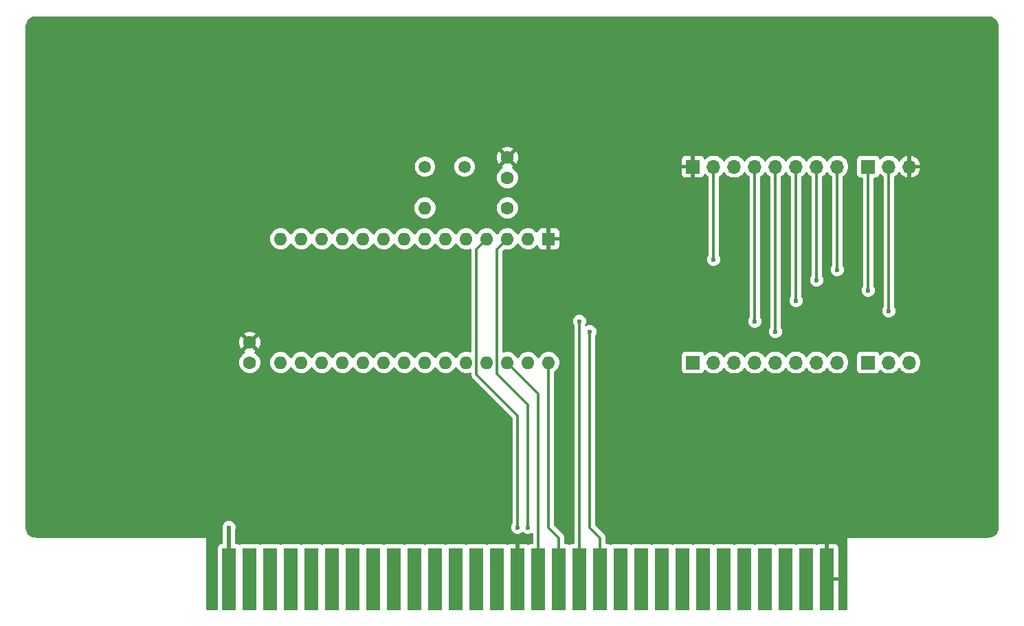
<source format=gbr>
%TF.GenerationSoftware,KiCad,Pcbnew,7.0.6*%
%TF.CreationDate,2023-07-08T15:29:37+08:00*%
%TF.ProjectId,SerialBoard,53657269-616c-4426-9f61-72642e6b6963,rev?*%
%TF.SameCoordinates,Original*%
%TF.FileFunction,Copper,L2,Bot*%
%TF.FilePolarity,Positive*%
%FSLAX46Y46*%
G04 Gerber Fmt 4.6, Leading zero omitted, Abs format (unit mm)*
G04 Created by KiCad (PCBNEW 7.0.6) date 2023-07-08 15:29:37*
%MOMM*%
%LPD*%
G01*
G04 APERTURE LIST*
%TA.AperFunction,ComponentPad*%
%ADD10R,1.600000X1.600000*%
%TD*%
%TA.AperFunction,ComponentPad*%
%ADD11O,1.600000X1.600000*%
%TD*%
%TA.AperFunction,ConnectorPad*%
%ADD12R,1.780000X7.620000*%
%TD*%
%TA.AperFunction,ComponentPad*%
%ADD13R,1.700000X1.700000*%
%TD*%
%TA.AperFunction,ComponentPad*%
%ADD14O,1.700000X1.700000*%
%TD*%
%TA.AperFunction,ComponentPad*%
%ADD15C,1.600000*%
%TD*%
%TA.AperFunction,ComponentPad*%
%ADD16C,1.500000*%
%TD*%
%TA.AperFunction,ViaPad*%
%ADD17C,0.600000*%
%TD*%
%TA.AperFunction,Conductor*%
%ADD18C,0.500000*%
%TD*%
%TA.AperFunction,Conductor*%
%ADD19C,0.300000*%
%TD*%
G04 APERTURE END LIST*
D10*
%TO.P,U1,1,GND*%
%TO.N,GND*%
X158750000Y-88900000D03*
D11*
%TO.P,U1,2,CS0*%
%TO.N,+5V*%
X156210000Y-88900000D03*
%TO.P,U1,3,~{CS1}*%
%TO.N,PORTCSB*%
X153670000Y-88900000D03*
%TO.P,U1,4,~{RESET}*%
%TO.N,RESET*%
X151130000Y-88900000D03*
%TO.P,U1,5,Rx_CLK*%
%TO.N,unconnected-(U1-Rx_CLK-Pad5)*%
X148590000Y-88900000D03*
%TO.P,U1,6,XTLI*%
%TO.N,Net-(U1-XTLI)*%
X146050000Y-88900000D03*
%TO.P,U1,7,XLT0*%
%TO.N,Net-(U1-XLT0)*%
X143510000Y-88900000D03*
%TO.P,U1,8,~{RTS}*%
%TO.N,RTS*%
X140970000Y-88900000D03*
%TO.P,U1,9,~{CTS}*%
%TO.N,CTS*%
X138430000Y-88900000D03*
%TO.P,U1,10,Tx_Data*%
%TO.N,TX*%
X135890000Y-88900000D03*
%TO.P,U1,11,~{DTR}*%
%TO.N,DTR*%
X133350000Y-88900000D03*
%TO.P,U1,12,Rx_Data*%
%TO.N,RX*%
X130810000Y-88900000D03*
%TO.P,U1,13,RS0*%
%TO.N,/A0*%
X128270000Y-88900000D03*
%TO.P,U1,14,RS1*%
%TO.N,/A1*%
X125730000Y-88900000D03*
%TO.P,U1,15,VCC*%
%TO.N,+5V*%
X125730000Y-104140000D03*
%TO.P,U1,16,~{DCD}*%
%TO.N,DCD*%
X128270000Y-104140000D03*
%TO.P,U1,17,~{DSR}*%
%TO.N,DSR*%
X130810000Y-104140000D03*
%TO.P,U1,18,D0*%
%TO.N,/D0*%
X133350000Y-104140000D03*
%TO.P,U1,19,D1*%
%TO.N,/D1*%
X135890000Y-104140000D03*
%TO.P,U1,20,D2*%
%TO.N,/D2*%
X138430000Y-104140000D03*
%TO.P,U1,21,D3*%
%TO.N,/D3*%
X140970000Y-104140000D03*
%TO.P,U1,22,D4*%
%TO.N,/D4*%
X143510000Y-104140000D03*
%TO.P,U1,23,D5*%
%TO.N,/D5*%
X146050000Y-104140000D03*
%TO.P,U1,24,D6*%
%TO.N,/D6*%
X148590000Y-104140000D03*
%TO.P,U1,25,D7*%
%TO.N,/D7*%
X151130000Y-104140000D03*
%TO.P,U1,26,~{IRQ}*%
%TO.N,IRQB*%
X153670000Y-104140000D03*
%TO.P,U1,27,PHI2*%
%TO.N,CLOCK*%
X156210000Y-104140000D03*
%TO.P,U1,28,R/~{W}*%
%TO.N,RW*%
X158750000Y-104140000D03*
%TD*%
D12*
%TO.P,J1,1,Pin_1*%
%TO.N,GND*%
X193040000Y-130810000D03*
%TO.P,J1,3,Pin_3*%
%TO.N,unconnected-(J1-Pin_3-Pad3)*%
X190500000Y-130810000D03*
%TO.P,J1,5,Pin_5*%
%TO.N,unconnected-(J1-Pin_5-Pad5)*%
X187960000Y-130810000D03*
%TO.P,J1,7,Pin_7*%
%TO.N,unconnected-(J1-Pin_7-Pad7)*%
X185420000Y-130810000D03*
%TO.P,J1,9,Pin_9*%
%TO.N,unconnected-(J1-Pin_9-Pad9)*%
X182880000Y-130810000D03*
%TO.P,J1,11,Pin_11*%
%TO.N,unconnected-(J1-Pin_11-Pad11)*%
X180340000Y-130810000D03*
%TO.P,J1,13,Pin_13*%
%TO.N,unconnected-(J1-Pin_13-Pad13)*%
X177800000Y-130810000D03*
%TO.P,J1,15,Pin_15*%
%TO.N,unconnected-(J1-Pin_15-Pad15)*%
X175260000Y-130810000D03*
%TO.P,J1,17,Pin_17*%
%TO.N,unconnected-(J1-Pin_17-Pad17)*%
X172720000Y-130810000D03*
%TO.P,J1,19,Pin_19*%
%TO.N,unconnected-(J1-Pin_19-Pad19)*%
X170180000Y-130810000D03*
%TO.P,J1,21,Pin_21*%
%TO.N,unconnected-(J1-Pin_21-Pad21)*%
X167640000Y-130810000D03*
%TO.P,J1,23,Pin_23*%
%TO.N,/A1*%
X165100000Y-130810000D03*
%TO.P,J1,25,Pin_25*%
%TO.N,/A0*%
X162560000Y-130810000D03*
%TO.P,J1,27,Pin_27*%
%TO.N,RW*%
X160020000Y-130810000D03*
%TO.P,J1,29,Pin_29*%
%TO.N,IRQB*%
X157480000Y-130810000D03*
%TO.P,J1,31,Pin_31*%
%TO.N,GND*%
X154940000Y-130810000D03*
%TO.P,J1,33,Pin_33*%
%TO.N,unconnected-(J1-Pin_33-Pad33)*%
X152400000Y-130810000D03*
%TO.P,J1,35,Pin_35*%
%TO.N,unconnected-(J1-Pin_35-Pad35)*%
X149860000Y-130810000D03*
%TO.P,J1,37,Pin_37*%
%TO.N,unconnected-(J1-Pin_37-Pad37)*%
X147320000Y-130810000D03*
%TO.P,J1,39,Pin_39*%
%TO.N,unconnected-(J1-Pin_39-Pad39)*%
X144780000Y-130810000D03*
%TO.P,J1,41,Pin_41*%
%TO.N,unconnected-(J1-Pin_41-Pad41)*%
X142240000Y-130810000D03*
%TO.P,J1,43,Pin_43*%
%TO.N,unconnected-(J1-Pin_43-Pad43)*%
X139700000Y-130810000D03*
%TO.P,J1,45,Pin_45*%
%TO.N,unconnected-(J1-Pin_45-Pad45)*%
X137160000Y-130810000D03*
%TO.P,J1,47,Pin_47*%
%TO.N,unconnected-(J1-Pin_47-Pad47)*%
X134620000Y-130810000D03*
%TO.P,J1,49,Pin_49*%
%TO.N,unconnected-(J1-Pin_49-Pad49)*%
X132080000Y-130810000D03*
%TO.P,J1,51,Pin_51*%
%TO.N,unconnected-(J1-Pin_51-Pad51)*%
X129540000Y-130810000D03*
%TO.P,J1,53,Pin_53*%
%TO.N,unconnected-(J1-Pin_53-Pad53)*%
X127000000Y-130810000D03*
%TO.P,J1,55,Pin_55*%
%TO.N,unconnected-(J1-Pin_55-Pad55)*%
X124460000Y-130810000D03*
%TO.P,J1,57,Pin_57*%
%TO.N,unconnected-(J1-Pin_57-Pad57)*%
X121920000Y-130810000D03*
%TO.P,J1,59,Pin_59*%
%TO.N,+5V*%
X119380000Y-130810000D03*
%TD*%
D13*
%TO.P,J2,1,Pin_1*%
%TO.N,TX*%
X198120000Y-80010000D03*
D14*
%TO.P,J2,2,Pin_2*%
%TO.N,RX*%
X200660000Y-80010000D03*
%TO.P,J2,3,Pin_3*%
%TO.N,GND*%
X203200000Y-80010000D03*
%TD*%
D13*
%TO.P,J3,1,Pin_1*%
%TO.N,GND*%
X176530000Y-80010000D03*
D14*
%TO.P,J3,2,Pin_2*%
%TO.N,RESET*%
X179070000Y-80010000D03*
%TO.P,J3,3,Pin_3*%
%TO.N,unconnected-(J3-Pin_3-Pad3)*%
X181610000Y-80010000D03*
%TO.P,J3,4,Pin_4*%
%TO.N,DCD*%
X184150000Y-80010000D03*
%TO.P,J3,5,Pin_5*%
%TO.N,DSR*%
X186690000Y-80010000D03*
%TO.P,J3,6,Pin_6*%
%TO.N,DTR*%
X189230000Y-80010000D03*
%TO.P,J3,7,Pin_7*%
%TO.N,CTS*%
X191770000Y-80010000D03*
%TO.P,J3,8,Pin_8*%
%TO.N,RTS*%
X194310000Y-80010000D03*
%TD*%
D13*
%TO.P,J4,1,Pin_1*%
%TO.N,unconnected-(J4-Pin_1-Pad1)*%
X176530000Y-104140000D03*
D14*
%TO.P,J4,2,Pin_2*%
%TO.N,unconnected-(J4-Pin_2-Pad2)*%
X179070000Y-104140000D03*
%TO.P,J4,3,Pin_3*%
%TO.N,unconnected-(J4-Pin_3-Pad3)*%
X181610000Y-104140000D03*
%TO.P,J4,4,Pin_4*%
%TO.N,unconnected-(J4-Pin_4-Pad4)*%
X184150000Y-104140000D03*
%TO.P,J4,5,Pin_5*%
%TO.N,unconnected-(J4-Pin_5-Pad5)*%
X186690000Y-104140000D03*
%TO.P,J4,6,Pin_6*%
%TO.N,unconnected-(J4-Pin_6-Pad6)*%
X189230000Y-104140000D03*
%TO.P,J4,7,Pin_7*%
%TO.N,unconnected-(J4-Pin_7-Pad7)*%
X191770000Y-104140000D03*
%TO.P,J4,8,Pin_8*%
%TO.N,unconnected-(J4-Pin_8-Pad8)*%
X194310000Y-104140000D03*
%TD*%
D15*
%TO.P,C2,1*%
%TO.N,+5V*%
X121920000Y-104140000D03*
%TO.P,C2,2*%
%TO.N,GND*%
X121920000Y-101640000D03*
%TD*%
%TO.P,C1,1*%
%TO.N,Net-(U1-XTLI)*%
X153670000Y-81367000D03*
%TO.P,C1,2*%
%TO.N,GND*%
X153670000Y-78867000D03*
%TD*%
D13*
%TO.P,J5,1,Pin_1*%
%TO.N,unconnected-(J5-Pin_1-Pad1)*%
X198120000Y-104140000D03*
D14*
%TO.P,J5,2,Pin_2*%
%TO.N,unconnected-(J5-Pin_2-Pad2)*%
X200660000Y-104140000D03*
%TO.P,J5,3,Pin_3*%
%TO.N,unconnected-(J5-Pin_3-Pad3)*%
X203200000Y-104140000D03*
%TD*%
D16*
%TO.P,Y1,1,1*%
%TO.N,Net-(U1-XLT0)*%
X143510000Y-80010000D03*
%TO.P,Y1,2,2*%
%TO.N,Net-(U1-XTLI)*%
X148390000Y-80010000D03*
%TD*%
D15*
%TO.P,R1,1*%
%TO.N,Net-(U1-XTLI)*%
X153670000Y-85090000D03*
D11*
%TO.P,R1,2*%
%TO.N,Net-(U1-XLT0)*%
X143510000Y-85090000D03*
%TD*%
D17*
%TO.N,+5V*%
X119380000Y-124460000D03*
%TO.N,/A1*%
X163830000Y-100330000D03*
%TO.N,/A0*%
X162560000Y-99060000D03*
%TO.N,PORTCSB*%
X156210000Y-124460000D03*
%TO.N,RESET*%
X179070000Y-91440000D03*
X154940000Y-124460000D03*
%TO.N,TX*%
X198120000Y-95250000D03*
%TO.N,RX*%
X200660000Y-97790000D03*
%TO.N,DCD*%
X184150000Y-99060000D03*
%TO.N,DSR*%
X186690000Y-100330000D03*
%TO.N,DTR*%
X189230000Y-96520000D03*
%TO.N,CTS*%
X191770000Y-93980000D03*
%TO.N,RTS*%
X194310000Y-92710000D03*
%TD*%
D18*
%TO.N,+5V*%
X119380000Y-125730000D02*
X119380000Y-130810000D01*
X119380000Y-124460000D02*
X119380000Y-125730000D01*
D19*
%TO.N,/A1*%
X163830000Y-124460000D02*
X165100000Y-125730000D01*
X163830000Y-100330000D02*
X163830000Y-124460000D01*
X165100000Y-125730000D02*
X165100000Y-130149600D01*
%TO.N,/A0*%
X162560000Y-99060000D02*
X162560000Y-129971800D01*
%TO.N,RW*%
X158750000Y-104140000D02*
X158750000Y-124460000D01*
X158750000Y-124460000D02*
X160020000Y-125730000D01*
X160020000Y-125730000D02*
X160020000Y-130149600D01*
%TO.N,IRQB*%
X153670000Y-104140000D02*
X157480000Y-107950000D01*
X157480000Y-107950000D02*
X157480000Y-129971800D01*
%TO.N,PORTCSB*%
X156210000Y-109303500D02*
X156210000Y-124460000D01*
X153670000Y-88900000D02*
X152400000Y-90170000D01*
X152400000Y-105493500D02*
X156210000Y-109303500D01*
X152400000Y-90170000D02*
X152400000Y-105493500D01*
%TO.N,RESET*%
X154940000Y-110657000D02*
X149860000Y-105577000D01*
X154940000Y-124460000D02*
X154940000Y-110657000D01*
X149860000Y-90170000D02*
X151130000Y-88900000D01*
X149860000Y-105577000D02*
X149860000Y-90170000D01*
X179070000Y-80010000D02*
X179070000Y-91440000D01*
%TO.N,TX*%
X198120000Y-95250000D02*
X198120000Y-80010000D01*
%TO.N,RX*%
X200660000Y-80010000D02*
X200660000Y-97790000D01*
%TO.N,DCD*%
X184150000Y-99060000D02*
X184150000Y-80010000D01*
%TO.N,DSR*%
X186690000Y-100330000D02*
X186690000Y-80010000D01*
%TO.N,DTR*%
X189230000Y-80010000D02*
X189230000Y-96520000D01*
%TO.N,CTS*%
X191770000Y-80010000D02*
X191770000Y-93980000D01*
%TO.N,RTS*%
X194310000Y-80010000D02*
X194310000Y-92710000D01*
%TD*%
%TA.AperFunction,Conductor*%
%TO.N,GND*%
G36*
X212930626Y-61468690D02*
G01*
X212985177Y-61472984D01*
X213125779Y-61485285D01*
X213143896Y-61488235D01*
X213224220Y-61507520D01*
X213269711Y-61519709D01*
X213334913Y-61537181D01*
X213342600Y-61539790D01*
X213379885Y-61555233D01*
X213429159Y-61575643D01*
X213528155Y-61621806D01*
X213534354Y-61625136D01*
X213614978Y-61674543D01*
X213618126Y-61676608D01*
X213704806Y-61737302D01*
X213709485Y-61740924D01*
X213782040Y-61802892D01*
X213785589Y-61806173D01*
X213860024Y-61880608D01*
X213863309Y-61884162D01*
X213925270Y-61956708D01*
X213928907Y-61961406D01*
X213989585Y-62048064D01*
X213991662Y-62051231D01*
X214041062Y-62131845D01*
X214044392Y-62138042D01*
X214090558Y-62237043D01*
X214126408Y-62323598D01*
X214129017Y-62331284D01*
X214158685Y-62442002D01*
X214177960Y-62522290D01*
X214180914Y-62540429D01*
X214193220Y-62681083D01*
X214197509Y-62735575D01*
X214197700Y-62740441D01*
X214197700Y-124457558D01*
X214197509Y-124462424D01*
X214193220Y-124516916D01*
X214180914Y-124657569D01*
X214177960Y-124675707D01*
X214158685Y-124755997D01*
X214129017Y-124866714D01*
X214126408Y-124874399D01*
X214090558Y-124960956D01*
X214044392Y-125059956D01*
X214041062Y-125066153D01*
X213991662Y-125146767D01*
X213989585Y-125149934D01*
X213928907Y-125236592D01*
X213925262Y-125241300D01*
X213863318Y-125313827D01*
X213860012Y-125317403D01*
X213785603Y-125391812D01*
X213782027Y-125395118D01*
X213709500Y-125457062D01*
X213704792Y-125460707D01*
X213618134Y-125521385D01*
X213614967Y-125523462D01*
X213534353Y-125572862D01*
X213528156Y-125576192D01*
X213429156Y-125622358D01*
X213342599Y-125658208D01*
X213334914Y-125660817D01*
X213224197Y-125690485D01*
X213143907Y-125709760D01*
X213125769Y-125712714D01*
X212985116Y-125725020D01*
X212930625Y-125729309D01*
X212925759Y-125729500D01*
X195604760Y-125729500D01*
X195604554Y-125729459D01*
X195580000Y-125729459D01*
X195579901Y-125729500D01*
X195579617Y-125729616D01*
X195579615Y-125729618D01*
X195579459Y-125729999D01*
X195579476Y-125754616D01*
X195579471Y-125754616D01*
X195579500Y-125754759D01*
X195579500Y-134496000D01*
X195559815Y-134563039D01*
X195507011Y-134608794D01*
X195455500Y-134620000D01*
X194554000Y-134620000D01*
X194486961Y-134600315D01*
X194441206Y-134547511D01*
X194430000Y-134496000D01*
X194430000Y-131060000D01*
X192914000Y-131060000D01*
X192846961Y-131040315D01*
X192801206Y-130987511D01*
X192790000Y-130936000D01*
X192790000Y-126500000D01*
X193290000Y-126500000D01*
X193290000Y-130560000D01*
X194430000Y-130560000D01*
X194430000Y-126952172D01*
X194429999Y-126952155D01*
X194423598Y-126892627D01*
X194423596Y-126892620D01*
X194373354Y-126757913D01*
X194373350Y-126757906D01*
X194287190Y-126642812D01*
X194287187Y-126642809D01*
X194172093Y-126556649D01*
X194172086Y-126556645D01*
X194037379Y-126506403D01*
X194037372Y-126506401D01*
X193977844Y-126500000D01*
X193290000Y-126500000D01*
X192790000Y-126500000D01*
X192102155Y-126500000D01*
X192042627Y-126506401D01*
X192042620Y-126506403D01*
X191907913Y-126556645D01*
X191907907Y-126556649D01*
X191844726Y-126603946D01*
X191779262Y-126628363D01*
X191710989Y-126613511D01*
X191696106Y-126603946D01*
X191632331Y-126556204D01*
X191632328Y-126556202D01*
X191497482Y-126505908D01*
X191497483Y-126505908D01*
X191437883Y-126499501D01*
X191437881Y-126499500D01*
X191437873Y-126499500D01*
X191437864Y-126499500D01*
X189562129Y-126499500D01*
X189562123Y-126499501D01*
X189502516Y-126505908D01*
X189367671Y-126556202D01*
X189367669Y-126556203D01*
X189304311Y-126603634D01*
X189238847Y-126628051D01*
X189170574Y-126613200D01*
X189155689Y-126603634D01*
X189092330Y-126556203D01*
X189092328Y-126556202D01*
X188957482Y-126505908D01*
X188957483Y-126505908D01*
X188897883Y-126499501D01*
X188897881Y-126499500D01*
X188897873Y-126499500D01*
X188897864Y-126499500D01*
X187022129Y-126499500D01*
X187022123Y-126499501D01*
X186962516Y-126505908D01*
X186827671Y-126556202D01*
X186827669Y-126556203D01*
X186764311Y-126603634D01*
X186698847Y-126628051D01*
X186630574Y-126613200D01*
X186615689Y-126603634D01*
X186552330Y-126556203D01*
X186552328Y-126556202D01*
X186417482Y-126505908D01*
X186417483Y-126505908D01*
X186357883Y-126499501D01*
X186357881Y-126499500D01*
X186357873Y-126499500D01*
X186357864Y-126499500D01*
X184482129Y-126499500D01*
X184482123Y-126499501D01*
X184422516Y-126505908D01*
X184287671Y-126556202D01*
X184287669Y-126556203D01*
X184224311Y-126603634D01*
X184158847Y-126628051D01*
X184090574Y-126613200D01*
X184075689Y-126603634D01*
X184012330Y-126556203D01*
X184012328Y-126556202D01*
X183877482Y-126505908D01*
X183877483Y-126505908D01*
X183817883Y-126499501D01*
X183817881Y-126499500D01*
X183817873Y-126499500D01*
X183817864Y-126499500D01*
X181942129Y-126499500D01*
X181942123Y-126499501D01*
X181882516Y-126505908D01*
X181747671Y-126556202D01*
X181747669Y-126556203D01*
X181684311Y-126603634D01*
X181618847Y-126628051D01*
X181550574Y-126613200D01*
X181535689Y-126603634D01*
X181472330Y-126556203D01*
X181472328Y-126556202D01*
X181337482Y-126505908D01*
X181337483Y-126505908D01*
X181277883Y-126499501D01*
X181277881Y-126499500D01*
X181277873Y-126499500D01*
X181277864Y-126499500D01*
X179402129Y-126499500D01*
X179402123Y-126499501D01*
X179342516Y-126505908D01*
X179207671Y-126556202D01*
X179207669Y-126556203D01*
X179144311Y-126603634D01*
X179078847Y-126628051D01*
X179010574Y-126613200D01*
X178995689Y-126603634D01*
X178932330Y-126556203D01*
X178932328Y-126556202D01*
X178797482Y-126505908D01*
X178797483Y-126505908D01*
X178737883Y-126499501D01*
X178737881Y-126499500D01*
X178737873Y-126499500D01*
X178737864Y-126499500D01*
X176862129Y-126499500D01*
X176862123Y-126499501D01*
X176802516Y-126505908D01*
X176667671Y-126556202D01*
X176667669Y-126556203D01*
X176604311Y-126603634D01*
X176538847Y-126628051D01*
X176470574Y-126613200D01*
X176455689Y-126603634D01*
X176392330Y-126556203D01*
X176392328Y-126556202D01*
X176257482Y-126505908D01*
X176257483Y-126505908D01*
X176197883Y-126499501D01*
X176197881Y-126499500D01*
X176197873Y-126499500D01*
X176197864Y-126499500D01*
X174322129Y-126499500D01*
X174322123Y-126499501D01*
X174262516Y-126505908D01*
X174127671Y-126556202D01*
X174127669Y-126556203D01*
X174064309Y-126603634D01*
X173998844Y-126628050D01*
X173930571Y-126613198D01*
X173915688Y-126603633D01*
X173909692Y-126599144D01*
X173852331Y-126556204D01*
X173852329Y-126556203D01*
X173852328Y-126556202D01*
X173717482Y-126505908D01*
X173717483Y-126505908D01*
X173657883Y-126499501D01*
X173657881Y-126499500D01*
X173657873Y-126499500D01*
X173657864Y-126499500D01*
X171782129Y-126499500D01*
X171782123Y-126499501D01*
X171722516Y-126505908D01*
X171587671Y-126556202D01*
X171587669Y-126556203D01*
X171524311Y-126603634D01*
X171458847Y-126628051D01*
X171390574Y-126613200D01*
X171375689Y-126603634D01*
X171312330Y-126556203D01*
X171312328Y-126556202D01*
X171177482Y-126505908D01*
X171177483Y-126505908D01*
X171117883Y-126499501D01*
X171117881Y-126499500D01*
X171117873Y-126499500D01*
X171117864Y-126499500D01*
X169242129Y-126499500D01*
X169242123Y-126499501D01*
X169182516Y-126505908D01*
X169047671Y-126556202D01*
X169047669Y-126556203D01*
X168984311Y-126603634D01*
X168918847Y-126628051D01*
X168850574Y-126613200D01*
X168835689Y-126603634D01*
X168772330Y-126556203D01*
X168772328Y-126556202D01*
X168637482Y-126505908D01*
X168637483Y-126505908D01*
X168577883Y-126499501D01*
X168577881Y-126499500D01*
X168577873Y-126499500D01*
X168577864Y-126499500D01*
X166702129Y-126499500D01*
X166702123Y-126499501D01*
X166642516Y-126505908D01*
X166507671Y-126556202D01*
X166507669Y-126556203D01*
X166444311Y-126603634D01*
X166378847Y-126628051D01*
X166310574Y-126613200D01*
X166295689Y-126603634D01*
X166232330Y-126556203D01*
X166232328Y-126556202D01*
X166097482Y-126505908D01*
X166097483Y-126505908D01*
X166037883Y-126499501D01*
X166037881Y-126499500D01*
X166037873Y-126499500D01*
X166037865Y-126499500D01*
X165874500Y-126499500D01*
X165807461Y-126479815D01*
X165761706Y-126427011D01*
X165750500Y-126375500D01*
X165750500Y-125815501D01*
X165752268Y-125799488D01*
X165752026Y-125799466D01*
X165752758Y-125791710D01*
X165752760Y-125791703D01*
X165750500Y-125719795D01*
X165750500Y-125689075D01*
X165749579Y-125681788D01*
X165749122Y-125675979D01*
X165747597Y-125627430D01*
X165741676Y-125607052D01*
X165737731Y-125588003D01*
X165735071Y-125566942D01*
X165717186Y-125521772D01*
X165715297Y-125516252D01*
X165701743Y-125469599D01*
X165690941Y-125451335D01*
X165682379Y-125433858D01*
X165680488Y-125429083D01*
X165674568Y-125414129D01*
X165646014Y-125374828D01*
X165642810Y-125369950D01*
X165618082Y-125328137D01*
X165618081Y-125328135D01*
X165603074Y-125313128D01*
X165590435Y-125298330D01*
X165577961Y-125281160D01*
X165540528Y-125250194D01*
X165536206Y-125246260D01*
X164516819Y-124226873D01*
X164483334Y-124165550D01*
X164480500Y-124139192D01*
X164480500Y-105037870D01*
X175179500Y-105037870D01*
X175179501Y-105037876D01*
X175185908Y-105097483D01*
X175236202Y-105232328D01*
X175236206Y-105232335D01*
X175322452Y-105347544D01*
X175322455Y-105347547D01*
X175437664Y-105433793D01*
X175437671Y-105433797D01*
X175572517Y-105484091D01*
X175572516Y-105484091D01*
X175579444Y-105484835D01*
X175632127Y-105490500D01*
X177427872Y-105490499D01*
X177487483Y-105484091D01*
X177622331Y-105433796D01*
X177737546Y-105347546D01*
X177823796Y-105232331D01*
X177872810Y-105100916D01*
X177914681Y-105044984D01*
X177980145Y-105020566D01*
X178048418Y-105035417D01*
X178076673Y-105056569D01*
X178198599Y-105178495D01*
X178279448Y-105235106D01*
X178392165Y-105314032D01*
X178392167Y-105314033D01*
X178392170Y-105314035D01*
X178606337Y-105413903D01*
X178834592Y-105475063D01*
X179011034Y-105490500D01*
X179069999Y-105495659D01*
X179070000Y-105495659D01*
X179070001Y-105495659D01*
X179128966Y-105490500D01*
X179305408Y-105475063D01*
X179533663Y-105413903D01*
X179747830Y-105314035D01*
X179941401Y-105178495D01*
X180108495Y-105011401D01*
X180238426Y-104825841D01*
X180293002Y-104782217D01*
X180362500Y-104775023D01*
X180424855Y-104806546D01*
X180441575Y-104825842D01*
X180571500Y-105011395D01*
X180571505Y-105011401D01*
X180738599Y-105178495D01*
X180819448Y-105235106D01*
X180932165Y-105314032D01*
X180932167Y-105314033D01*
X180932170Y-105314035D01*
X181146337Y-105413903D01*
X181374592Y-105475063D01*
X181551034Y-105490500D01*
X181609999Y-105495659D01*
X181610000Y-105495659D01*
X181610001Y-105495659D01*
X181668966Y-105490500D01*
X181845408Y-105475063D01*
X182073663Y-105413903D01*
X182287830Y-105314035D01*
X182481401Y-105178495D01*
X182648495Y-105011401D01*
X182778426Y-104825841D01*
X182833002Y-104782217D01*
X182902500Y-104775023D01*
X182964855Y-104806546D01*
X182981575Y-104825842D01*
X183111500Y-105011395D01*
X183111505Y-105011401D01*
X183278599Y-105178495D01*
X183359448Y-105235106D01*
X183472165Y-105314032D01*
X183472167Y-105314033D01*
X183472170Y-105314035D01*
X183686337Y-105413903D01*
X183914592Y-105475063D01*
X184091034Y-105490500D01*
X184149999Y-105495659D01*
X184150000Y-105495659D01*
X184150001Y-105495659D01*
X184208966Y-105490500D01*
X184385408Y-105475063D01*
X184613663Y-105413903D01*
X184827830Y-105314035D01*
X185021401Y-105178495D01*
X185188495Y-105011401D01*
X185318426Y-104825840D01*
X185373001Y-104782217D01*
X185442499Y-104775023D01*
X185504854Y-104806546D01*
X185521574Y-104825841D01*
X185651505Y-105011401D01*
X185818599Y-105178495D01*
X185899448Y-105235106D01*
X186012165Y-105314032D01*
X186012167Y-105314033D01*
X186012170Y-105314035D01*
X186226337Y-105413903D01*
X186454592Y-105475063D01*
X186631034Y-105490500D01*
X186689999Y-105495659D01*
X186690000Y-105495659D01*
X186690001Y-105495659D01*
X186748966Y-105490500D01*
X186925408Y-105475063D01*
X187153663Y-105413903D01*
X187367830Y-105314035D01*
X187561401Y-105178495D01*
X187728495Y-105011401D01*
X187858426Y-104825841D01*
X187913002Y-104782217D01*
X187982500Y-104775023D01*
X188044855Y-104806546D01*
X188061575Y-104825842D01*
X188191500Y-105011395D01*
X188191505Y-105011401D01*
X188358599Y-105178495D01*
X188439448Y-105235106D01*
X188552165Y-105314032D01*
X188552167Y-105314033D01*
X188552170Y-105314035D01*
X188766337Y-105413903D01*
X188994592Y-105475063D01*
X189171034Y-105490500D01*
X189229999Y-105495659D01*
X189230000Y-105495659D01*
X189230001Y-105495659D01*
X189288966Y-105490500D01*
X189465408Y-105475063D01*
X189693663Y-105413903D01*
X189907830Y-105314035D01*
X190101401Y-105178495D01*
X190268495Y-105011401D01*
X190398426Y-104825841D01*
X190453002Y-104782217D01*
X190522500Y-104775023D01*
X190584855Y-104806546D01*
X190601575Y-104825842D01*
X190731500Y-105011395D01*
X190731505Y-105011401D01*
X190898599Y-105178495D01*
X190979448Y-105235106D01*
X191092165Y-105314032D01*
X191092167Y-105314033D01*
X191092170Y-105314035D01*
X191306337Y-105413903D01*
X191534592Y-105475063D01*
X191711034Y-105490500D01*
X191769999Y-105495659D01*
X191770000Y-105495659D01*
X191770001Y-105495659D01*
X191828966Y-105490500D01*
X192005408Y-105475063D01*
X192233663Y-105413903D01*
X192447830Y-105314035D01*
X192641401Y-105178495D01*
X192808495Y-105011401D01*
X192938426Y-104825841D01*
X192993002Y-104782217D01*
X193062500Y-104775023D01*
X193124855Y-104806546D01*
X193141575Y-104825842D01*
X193271500Y-105011395D01*
X193271505Y-105011401D01*
X193438599Y-105178495D01*
X193519448Y-105235106D01*
X193632165Y-105314032D01*
X193632167Y-105314033D01*
X193632170Y-105314035D01*
X193846337Y-105413903D01*
X194074592Y-105475063D01*
X194251034Y-105490500D01*
X194309999Y-105495659D01*
X194310000Y-105495659D01*
X194310001Y-105495659D01*
X194368966Y-105490500D01*
X194545408Y-105475063D01*
X194773663Y-105413903D01*
X194987830Y-105314035D01*
X195181401Y-105178495D01*
X195322026Y-105037870D01*
X196769500Y-105037870D01*
X196769501Y-105037876D01*
X196775908Y-105097483D01*
X196826202Y-105232328D01*
X196826206Y-105232335D01*
X196912452Y-105347544D01*
X196912455Y-105347547D01*
X197027664Y-105433793D01*
X197027671Y-105433797D01*
X197162517Y-105484091D01*
X197162516Y-105484091D01*
X197169444Y-105484835D01*
X197222127Y-105490500D01*
X199017872Y-105490499D01*
X199077483Y-105484091D01*
X199212331Y-105433796D01*
X199327546Y-105347546D01*
X199413796Y-105232331D01*
X199462810Y-105100916D01*
X199504681Y-105044984D01*
X199570145Y-105020566D01*
X199638418Y-105035417D01*
X199666673Y-105056569D01*
X199788599Y-105178495D01*
X199869448Y-105235106D01*
X199982165Y-105314032D01*
X199982167Y-105314033D01*
X199982170Y-105314035D01*
X200196337Y-105413903D01*
X200424592Y-105475063D01*
X200601034Y-105490500D01*
X200659999Y-105495659D01*
X200660000Y-105495659D01*
X200660001Y-105495659D01*
X200718966Y-105490500D01*
X200895408Y-105475063D01*
X201123663Y-105413903D01*
X201337830Y-105314035D01*
X201531401Y-105178495D01*
X201698495Y-105011401D01*
X201828426Y-104825840D01*
X201883001Y-104782217D01*
X201952499Y-104775023D01*
X202014854Y-104806546D01*
X202031574Y-104825841D01*
X202161505Y-105011401D01*
X202328599Y-105178495D01*
X202409448Y-105235106D01*
X202522165Y-105314032D01*
X202522167Y-105314033D01*
X202522170Y-105314035D01*
X202736337Y-105413903D01*
X202964592Y-105475063D01*
X203141034Y-105490500D01*
X203199999Y-105495659D01*
X203200000Y-105495659D01*
X203200001Y-105495659D01*
X203258966Y-105490500D01*
X203435408Y-105475063D01*
X203663663Y-105413903D01*
X203877830Y-105314035D01*
X204071401Y-105178495D01*
X204238495Y-105011401D01*
X204374035Y-104817830D01*
X204473903Y-104603663D01*
X204535063Y-104375408D01*
X204555659Y-104140000D01*
X204535063Y-103904592D01*
X204473903Y-103676337D01*
X204374035Y-103462171D01*
X204368425Y-103454158D01*
X204238494Y-103268597D01*
X204071402Y-103101506D01*
X204071395Y-103101501D01*
X203877834Y-102965967D01*
X203877830Y-102965965D01*
X203856312Y-102955931D01*
X203663663Y-102866097D01*
X203663659Y-102866096D01*
X203663655Y-102866094D01*
X203435413Y-102804938D01*
X203435403Y-102804936D01*
X203200001Y-102784341D01*
X203199999Y-102784341D01*
X202964596Y-102804936D01*
X202964586Y-102804938D01*
X202736344Y-102866094D01*
X202736335Y-102866098D01*
X202522171Y-102965964D01*
X202522169Y-102965965D01*
X202328597Y-103101505D01*
X202161505Y-103268597D01*
X202031575Y-103454158D01*
X201976998Y-103497783D01*
X201907500Y-103504977D01*
X201845145Y-103473454D01*
X201828425Y-103454158D01*
X201698494Y-103268597D01*
X201531402Y-103101506D01*
X201531395Y-103101501D01*
X201337834Y-102965967D01*
X201337830Y-102965965D01*
X201316312Y-102955931D01*
X201123663Y-102866097D01*
X201123659Y-102866096D01*
X201123655Y-102866094D01*
X200895413Y-102804938D01*
X200895403Y-102804936D01*
X200660001Y-102784341D01*
X200659999Y-102784341D01*
X200424596Y-102804936D01*
X200424586Y-102804938D01*
X200196344Y-102866094D01*
X200196335Y-102866098D01*
X199982171Y-102965964D01*
X199982169Y-102965965D01*
X199788600Y-103101503D01*
X199666673Y-103223430D01*
X199605350Y-103256914D01*
X199535658Y-103251930D01*
X199479725Y-103210058D01*
X199462810Y-103179081D01*
X199413797Y-103047671D01*
X199413793Y-103047664D01*
X199327547Y-102932455D01*
X199327544Y-102932452D01*
X199212335Y-102846206D01*
X199212328Y-102846202D01*
X199077482Y-102795908D01*
X199077483Y-102795908D01*
X199017883Y-102789501D01*
X199017881Y-102789500D01*
X199017873Y-102789500D01*
X199017864Y-102789500D01*
X197222129Y-102789500D01*
X197222123Y-102789501D01*
X197162516Y-102795908D01*
X197027671Y-102846202D01*
X197027664Y-102846206D01*
X196912455Y-102932452D01*
X196912452Y-102932455D01*
X196826206Y-103047664D01*
X196826202Y-103047671D01*
X196775908Y-103182517D01*
X196769501Y-103242116D01*
X196769500Y-103242135D01*
X196769500Y-105037870D01*
X195322026Y-105037870D01*
X195348495Y-105011401D01*
X195484035Y-104817830D01*
X195583903Y-104603663D01*
X195645063Y-104375408D01*
X195665659Y-104140000D01*
X195645063Y-103904592D01*
X195583903Y-103676337D01*
X195484035Y-103462171D01*
X195478425Y-103454158D01*
X195348494Y-103268597D01*
X195181402Y-103101506D01*
X195181395Y-103101501D01*
X194987834Y-102965967D01*
X194987830Y-102965965D01*
X194966312Y-102955931D01*
X194773663Y-102866097D01*
X194773659Y-102866096D01*
X194773655Y-102866094D01*
X194545413Y-102804938D01*
X194545403Y-102804936D01*
X194310001Y-102784341D01*
X194309999Y-102784341D01*
X194074596Y-102804936D01*
X194074586Y-102804938D01*
X193846344Y-102866094D01*
X193846335Y-102866098D01*
X193632171Y-102965964D01*
X193632169Y-102965965D01*
X193438597Y-103101505D01*
X193271505Y-103268597D01*
X193141575Y-103454158D01*
X193086998Y-103497783D01*
X193017500Y-103504977D01*
X192955145Y-103473454D01*
X192938425Y-103454158D01*
X192808494Y-103268597D01*
X192641402Y-103101506D01*
X192641395Y-103101501D01*
X192447834Y-102965967D01*
X192447830Y-102965965D01*
X192426312Y-102955931D01*
X192233663Y-102866097D01*
X192233659Y-102866096D01*
X192233655Y-102866094D01*
X192005413Y-102804938D01*
X192005403Y-102804936D01*
X191770001Y-102784341D01*
X191769999Y-102784341D01*
X191534596Y-102804936D01*
X191534586Y-102804938D01*
X191306344Y-102866094D01*
X191306335Y-102866098D01*
X191092171Y-102965964D01*
X191092169Y-102965965D01*
X190898597Y-103101505D01*
X190731505Y-103268597D01*
X190601575Y-103454158D01*
X190546998Y-103497783D01*
X190477500Y-103504977D01*
X190415145Y-103473454D01*
X190398425Y-103454158D01*
X190268494Y-103268597D01*
X190101402Y-103101506D01*
X190101395Y-103101501D01*
X189907834Y-102965967D01*
X189907830Y-102965965D01*
X189886312Y-102955931D01*
X189693663Y-102866097D01*
X189693659Y-102866096D01*
X189693655Y-102866094D01*
X189465413Y-102804938D01*
X189465403Y-102804936D01*
X189230001Y-102784341D01*
X189229999Y-102784341D01*
X188994596Y-102804936D01*
X188994586Y-102804938D01*
X188766344Y-102866094D01*
X188766335Y-102866098D01*
X188552171Y-102965964D01*
X188552169Y-102965965D01*
X188358597Y-103101505D01*
X188191505Y-103268597D01*
X188061575Y-103454158D01*
X188006998Y-103497783D01*
X187937500Y-103504977D01*
X187875145Y-103473454D01*
X187858425Y-103454158D01*
X187728494Y-103268597D01*
X187561402Y-103101506D01*
X187561395Y-103101501D01*
X187367834Y-102965967D01*
X187367830Y-102965965D01*
X187346312Y-102955931D01*
X187153663Y-102866097D01*
X187153659Y-102866096D01*
X187153655Y-102866094D01*
X186925413Y-102804938D01*
X186925403Y-102804936D01*
X186690001Y-102784341D01*
X186689999Y-102784341D01*
X186454596Y-102804936D01*
X186454586Y-102804938D01*
X186226344Y-102866094D01*
X186226335Y-102866098D01*
X186012171Y-102965964D01*
X186012169Y-102965965D01*
X185818597Y-103101505D01*
X185651505Y-103268597D01*
X185521575Y-103454158D01*
X185466998Y-103497783D01*
X185397500Y-103504977D01*
X185335145Y-103473454D01*
X185318425Y-103454158D01*
X185188494Y-103268597D01*
X185021402Y-103101506D01*
X185021395Y-103101501D01*
X184827834Y-102965967D01*
X184827830Y-102965965D01*
X184806312Y-102955931D01*
X184613663Y-102866097D01*
X184613659Y-102866096D01*
X184613655Y-102866094D01*
X184385413Y-102804938D01*
X184385403Y-102804936D01*
X184150001Y-102784341D01*
X184149999Y-102784341D01*
X183914596Y-102804936D01*
X183914586Y-102804938D01*
X183686344Y-102866094D01*
X183686335Y-102866098D01*
X183472171Y-102965964D01*
X183472169Y-102965965D01*
X183278597Y-103101505D01*
X183111508Y-103268594D01*
X182981574Y-103454159D01*
X182926997Y-103497784D01*
X182857498Y-103504976D01*
X182795144Y-103473454D01*
X182778424Y-103454158D01*
X182648494Y-103268597D01*
X182481402Y-103101506D01*
X182481395Y-103101501D01*
X182287834Y-102965967D01*
X182287830Y-102965965D01*
X182266312Y-102955931D01*
X182073663Y-102866097D01*
X182073659Y-102866096D01*
X182073655Y-102866094D01*
X181845413Y-102804938D01*
X181845403Y-102804936D01*
X181610001Y-102784341D01*
X181609999Y-102784341D01*
X181374596Y-102804936D01*
X181374586Y-102804938D01*
X181146344Y-102866094D01*
X181146335Y-102866098D01*
X180932171Y-102965964D01*
X180932169Y-102965965D01*
X180738597Y-103101505D01*
X180571505Y-103268597D01*
X180441575Y-103454158D01*
X180386998Y-103497783D01*
X180317500Y-103504977D01*
X180255145Y-103473454D01*
X180238425Y-103454158D01*
X180108494Y-103268597D01*
X179941402Y-103101506D01*
X179941395Y-103101501D01*
X179747834Y-102965967D01*
X179747830Y-102965965D01*
X179726312Y-102955931D01*
X179533663Y-102866097D01*
X179533659Y-102866096D01*
X179533655Y-102866094D01*
X179305413Y-102804938D01*
X179305403Y-102804936D01*
X179070001Y-102784341D01*
X179069999Y-102784341D01*
X178834596Y-102804936D01*
X178834586Y-102804938D01*
X178606344Y-102866094D01*
X178606335Y-102866098D01*
X178392171Y-102965964D01*
X178392169Y-102965965D01*
X178198600Y-103101503D01*
X178076673Y-103223430D01*
X178015350Y-103256914D01*
X177945658Y-103251930D01*
X177889725Y-103210058D01*
X177872810Y-103179081D01*
X177823797Y-103047671D01*
X177823793Y-103047664D01*
X177737547Y-102932455D01*
X177737544Y-102932452D01*
X177622335Y-102846206D01*
X177622328Y-102846202D01*
X177487482Y-102795908D01*
X177487483Y-102795908D01*
X177427883Y-102789501D01*
X177427881Y-102789500D01*
X177427873Y-102789500D01*
X177427864Y-102789500D01*
X175632129Y-102789500D01*
X175632123Y-102789501D01*
X175572516Y-102795908D01*
X175437671Y-102846202D01*
X175437664Y-102846206D01*
X175322455Y-102932452D01*
X175322452Y-102932455D01*
X175236206Y-103047664D01*
X175236202Y-103047671D01*
X175185908Y-103182517D01*
X175179501Y-103242116D01*
X175179500Y-103242135D01*
X175179500Y-105037870D01*
X164480500Y-105037870D01*
X164480500Y-100835067D01*
X164499507Y-100769094D01*
X164555788Y-100679524D01*
X164555789Y-100679522D01*
X164615368Y-100509255D01*
X164632764Y-100354860D01*
X164635565Y-100330003D01*
X164635565Y-100329996D01*
X164615369Y-100150750D01*
X164615368Y-100150745D01*
X164555788Y-99980476D01*
X164470894Y-99845369D01*
X164459816Y-99827738D01*
X164332262Y-99700184D01*
X164179523Y-99604211D01*
X164009254Y-99544631D01*
X164009249Y-99544630D01*
X163830004Y-99524435D01*
X163829996Y-99524435D01*
X163650750Y-99544630D01*
X163650745Y-99544631D01*
X163480476Y-99604211D01*
X163416647Y-99644318D01*
X163349410Y-99663318D01*
X163282575Y-99642950D01*
X163237361Y-99589682D01*
X163228124Y-99520426D01*
X163245682Y-99473351D01*
X163285788Y-99409524D01*
X163345368Y-99239254D01*
X163345369Y-99239249D01*
X163365565Y-99060003D01*
X163365565Y-99059996D01*
X163345369Y-98880750D01*
X163345368Y-98880745D01*
X163285788Y-98710476D01*
X163200894Y-98575369D01*
X163189816Y-98557738D01*
X163062262Y-98430184D01*
X162909523Y-98334211D01*
X162739254Y-98274631D01*
X162739249Y-98274630D01*
X162560004Y-98254435D01*
X162559996Y-98254435D01*
X162380750Y-98274630D01*
X162380745Y-98274631D01*
X162210476Y-98334211D01*
X162057737Y-98430184D01*
X161930184Y-98557737D01*
X161834211Y-98710476D01*
X161774631Y-98880745D01*
X161774630Y-98880750D01*
X161754435Y-99059996D01*
X161754435Y-99060003D01*
X161774630Y-99239249D01*
X161774631Y-99239254D01*
X161834211Y-99409524D01*
X161890493Y-99499094D01*
X161909500Y-99565067D01*
X161909500Y-126375500D01*
X161889815Y-126442539D01*
X161837011Y-126488294D01*
X161785501Y-126499500D01*
X161622130Y-126499500D01*
X161622123Y-126499501D01*
X161562516Y-126505908D01*
X161427671Y-126556202D01*
X161427669Y-126556203D01*
X161364311Y-126603634D01*
X161298847Y-126628051D01*
X161230574Y-126613200D01*
X161215689Y-126603634D01*
X161152330Y-126556203D01*
X161152328Y-126556202D01*
X161017482Y-126505908D01*
X161017483Y-126505908D01*
X160957883Y-126499501D01*
X160957881Y-126499500D01*
X160957873Y-126499500D01*
X160957865Y-126499500D01*
X160794500Y-126499500D01*
X160727461Y-126479815D01*
X160681706Y-126427011D01*
X160670500Y-126375500D01*
X160670500Y-125815501D01*
X160672268Y-125799488D01*
X160672026Y-125799466D01*
X160672758Y-125791710D01*
X160672760Y-125791703D01*
X160670500Y-125719795D01*
X160670500Y-125689075D01*
X160669579Y-125681788D01*
X160669122Y-125675979D01*
X160667597Y-125627430D01*
X160661676Y-125607052D01*
X160657731Y-125588003D01*
X160655071Y-125566942D01*
X160637186Y-125521772D01*
X160635297Y-125516252D01*
X160621743Y-125469599D01*
X160610941Y-125451335D01*
X160602379Y-125433858D01*
X160600488Y-125429083D01*
X160594568Y-125414129D01*
X160566014Y-125374828D01*
X160562810Y-125369950D01*
X160538082Y-125328137D01*
X160538081Y-125328135D01*
X160523074Y-125313128D01*
X160510435Y-125298330D01*
X160497961Y-125281160D01*
X160460528Y-125250194D01*
X160456206Y-125246260D01*
X159436819Y-124226873D01*
X159403334Y-124165550D01*
X159400500Y-124139192D01*
X159400500Y-105336682D01*
X159420185Y-105269643D01*
X159453371Y-105235111D01*
X159589139Y-105140047D01*
X159750047Y-104979139D01*
X159880568Y-104792734D01*
X159976739Y-104586496D01*
X160035635Y-104366692D01*
X160055468Y-104140000D01*
X160035635Y-103913308D01*
X159976739Y-103693504D01*
X159880568Y-103487266D01*
X159750047Y-103300861D01*
X159750045Y-103300858D01*
X159589141Y-103139954D01*
X159402734Y-103009432D01*
X159402732Y-103009431D01*
X159196497Y-102913261D01*
X159196488Y-102913258D01*
X158976697Y-102854366D01*
X158976693Y-102854365D01*
X158976692Y-102854365D01*
X158976691Y-102854364D01*
X158976686Y-102854364D01*
X158750002Y-102834532D01*
X158749998Y-102834532D01*
X158523313Y-102854364D01*
X158523302Y-102854366D01*
X158303511Y-102913258D01*
X158303502Y-102913261D01*
X158097267Y-103009431D01*
X158097265Y-103009432D01*
X157910858Y-103139954D01*
X157749954Y-103300858D01*
X157619432Y-103487265D01*
X157619431Y-103487267D01*
X157592382Y-103545275D01*
X157546209Y-103597714D01*
X157479016Y-103616866D01*
X157412135Y-103596650D01*
X157367618Y-103545275D01*
X157340568Y-103487266D01*
X157210047Y-103300861D01*
X157210045Y-103300858D01*
X157049141Y-103139954D01*
X156862734Y-103009432D01*
X156862732Y-103009431D01*
X156656497Y-102913261D01*
X156656488Y-102913258D01*
X156436697Y-102854366D01*
X156436693Y-102854365D01*
X156436692Y-102854365D01*
X156436691Y-102854364D01*
X156436686Y-102854364D01*
X156210002Y-102834532D01*
X156209998Y-102834532D01*
X155983313Y-102854364D01*
X155983302Y-102854366D01*
X155763511Y-102913258D01*
X155763502Y-102913261D01*
X155557267Y-103009431D01*
X155557265Y-103009432D01*
X155370858Y-103139954D01*
X155209954Y-103300858D01*
X155079432Y-103487265D01*
X155079431Y-103487267D01*
X155052382Y-103545275D01*
X155006209Y-103597714D01*
X154939016Y-103616866D01*
X154872135Y-103596650D01*
X154827618Y-103545275D01*
X154800568Y-103487266D01*
X154670047Y-103300861D01*
X154670045Y-103300858D01*
X154509141Y-103139954D01*
X154322734Y-103009432D01*
X154322732Y-103009431D01*
X154116497Y-102913261D01*
X154116488Y-102913258D01*
X153896697Y-102854366D01*
X153896693Y-102854365D01*
X153896692Y-102854365D01*
X153896691Y-102854364D01*
X153896686Y-102854364D01*
X153670002Y-102834532D01*
X153669998Y-102834532D01*
X153443313Y-102854364D01*
X153443302Y-102854366D01*
X153223511Y-102913258D01*
X153218423Y-102915111D01*
X153217683Y-102913079D01*
X153157810Y-102922165D01*
X153094030Y-102893636D01*
X153055799Y-102835154D01*
X153050500Y-102799293D01*
X153050500Y-90490807D01*
X153070185Y-90423768D01*
X153086819Y-90403126D01*
X153086820Y-90403125D01*
X153283062Y-90206882D01*
X153344383Y-90173399D01*
X153402834Y-90174790D01*
X153443308Y-90185635D01*
X153605230Y-90199801D01*
X153669998Y-90205468D01*
X153670000Y-90205468D01*
X153670002Y-90205468D01*
X153732511Y-90199999D01*
X153896692Y-90185635D01*
X154116496Y-90126739D01*
X154322734Y-90030568D01*
X154509139Y-89900047D01*
X154670047Y-89739139D01*
X154800568Y-89552734D01*
X154827618Y-89494724D01*
X154873790Y-89442285D01*
X154940983Y-89423133D01*
X155007865Y-89443348D01*
X155052382Y-89494725D01*
X155079429Y-89552728D01*
X155079432Y-89552734D01*
X155209954Y-89739141D01*
X155370858Y-89900045D01*
X155370861Y-89900047D01*
X155557266Y-90030568D01*
X155763504Y-90126739D01*
X155763509Y-90126740D01*
X155763511Y-90126741D01*
X155816415Y-90140916D01*
X155983308Y-90185635D01*
X156145230Y-90199801D01*
X156209998Y-90205468D01*
X156210000Y-90205468D01*
X156210002Y-90205468D01*
X156272511Y-90199999D01*
X156436692Y-90185635D01*
X156656496Y-90126739D01*
X156862734Y-90030568D01*
X157049139Y-89900047D01*
X157210047Y-89739139D01*
X157227710Y-89713912D01*
X157282285Y-89670289D01*
X157351783Y-89663094D01*
X157414138Y-89694615D01*
X157449553Y-89754844D01*
X157452574Y-89771778D01*
X157456401Y-89807373D01*
X157456403Y-89807379D01*
X157506645Y-89942086D01*
X157506649Y-89942093D01*
X157592809Y-90057187D01*
X157592812Y-90057190D01*
X157707906Y-90143350D01*
X157707913Y-90143354D01*
X157842620Y-90193596D01*
X157842627Y-90193598D01*
X157902155Y-90199999D01*
X157902172Y-90200000D01*
X158500000Y-90200000D01*
X158500000Y-89215686D01*
X158511955Y-89227641D01*
X158624852Y-89285165D01*
X158718519Y-89300000D01*
X158781481Y-89300000D01*
X158875148Y-89285165D01*
X158988045Y-89227641D01*
X159000000Y-89215686D01*
X159000000Y-90200000D01*
X159597828Y-90200000D01*
X159597844Y-90199999D01*
X159657372Y-90193598D01*
X159657379Y-90193596D01*
X159792086Y-90143354D01*
X159792093Y-90143350D01*
X159907187Y-90057190D01*
X159907190Y-90057187D01*
X159993350Y-89942093D01*
X159993354Y-89942086D01*
X160043596Y-89807379D01*
X160043598Y-89807372D01*
X160049999Y-89747844D01*
X160050000Y-89747827D01*
X160050000Y-89150000D01*
X159065686Y-89150000D01*
X159077641Y-89138045D01*
X159135165Y-89025148D01*
X159154986Y-88900000D01*
X159135165Y-88774852D01*
X159077641Y-88661955D01*
X159065686Y-88650000D01*
X160050000Y-88650000D01*
X160050000Y-88052172D01*
X160049999Y-88052155D01*
X160043598Y-87992627D01*
X160043596Y-87992620D01*
X159993354Y-87857913D01*
X159993350Y-87857906D01*
X159907190Y-87742812D01*
X159907187Y-87742809D01*
X159792093Y-87656649D01*
X159792086Y-87656645D01*
X159657379Y-87606403D01*
X159657372Y-87606401D01*
X159597844Y-87600000D01*
X159000000Y-87600000D01*
X159000000Y-88584314D01*
X158988045Y-88572359D01*
X158875148Y-88514835D01*
X158781481Y-88500000D01*
X158718519Y-88500000D01*
X158624852Y-88514835D01*
X158511955Y-88572359D01*
X158500000Y-88584314D01*
X158500000Y-87600000D01*
X157902155Y-87600000D01*
X157842627Y-87606401D01*
X157842620Y-87606403D01*
X157707913Y-87656645D01*
X157707906Y-87656649D01*
X157592812Y-87742809D01*
X157592809Y-87742812D01*
X157506649Y-87857906D01*
X157506645Y-87857913D01*
X157456403Y-87992620D01*
X157456401Y-87992626D01*
X157452574Y-88028221D01*
X157425835Y-88092772D01*
X157368441Y-88132618D01*
X157298616Y-88135110D01*
X157238528Y-88099456D01*
X157227710Y-88086086D01*
X157210045Y-88060858D01*
X157049141Y-87899954D01*
X156862734Y-87769432D01*
X156862732Y-87769431D01*
X156656497Y-87673261D01*
X156656488Y-87673258D01*
X156436697Y-87614366D01*
X156436693Y-87614365D01*
X156436692Y-87614365D01*
X156436691Y-87614364D01*
X156436686Y-87614364D01*
X156210002Y-87594532D01*
X156209998Y-87594532D01*
X155983313Y-87614364D01*
X155983302Y-87614366D01*
X155763511Y-87673258D01*
X155763502Y-87673261D01*
X155557267Y-87769431D01*
X155557265Y-87769432D01*
X155370858Y-87899954D01*
X155209954Y-88060858D01*
X155079432Y-88247265D01*
X155079431Y-88247267D01*
X155052382Y-88305275D01*
X155006209Y-88357714D01*
X154939016Y-88376866D01*
X154872135Y-88356650D01*
X154827618Y-88305275D01*
X154827618Y-88305274D01*
X154800568Y-88247266D01*
X154670047Y-88060861D01*
X154670045Y-88060858D01*
X154509141Y-87899954D01*
X154322734Y-87769432D01*
X154322732Y-87769431D01*
X154116497Y-87673261D01*
X154116488Y-87673258D01*
X153896697Y-87614366D01*
X153896693Y-87614365D01*
X153896692Y-87614365D01*
X153896691Y-87614364D01*
X153896686Y-87614364D01*
X153670002Y-87594532D01*
X153669998Y-87594532D01*
X153443313Y-87614364D01*
X153443302Y-87614366D01*
X153223511Y-87673258D01*
X153223502Y-87673261D01*
X153017267Y-87769431D01*
X153017265Y-87769432D01*
X152830858Y-87899954D01*
X152669954Y-88060858D01*
X152539432Y-88247265D01*
X152539431Y-88247267D01*
X152512382Y-88305275D01*
X152466209Y-88357714D01*
X152399016Y-88376866D01*
X152332135Y-88356650D01*
X152287618Y-88305275D01*
X152287618Y-88305274D01*
X152260568Y-88247266D01*
X152130047Y-88060861D01*
X152130045Y-88060858D01*
X151969141Y-87899954D01*
X151782734Y-87769432D01*
X151782732Y-87769431D01*
X151576497Y-87673261D01*
X151576488Y-87673258D01*
X151356697Y-87614366D01*
X151356693Y-87614365D01*
X151356692Y-87614365D01*
X151356691Y-87614364D01*
X151356686Y-87614364D01*
X151130002Y-87594532D01*
X151129998Y-87594532D01*
X150903313Y-87614364D01*
X150903302Y-87614366D01*
X150683511Y-87673258D01*
X150683502Y-87673261D01*
X150477267Y-87769431D01*
X150477265Y-87769432D01*
X150290858Y-87899954D01*
X150129954Y-88060858D01*
X149999432Y-88247265D01*
X149999431Y-88247267D01*
X149972382Y-88305275D01*
X149926209Y-88357714D01*
X149859016Y-88376866D01*
X149792135Y-88356650D01*
X149747618Y-88305275D01*
X149747618Y-88305274D01*
X149720568Y-88247266D01*
X149590047Y-88060861D01*
X149590045Y-88060858D01*
X149429141Y-87899954D01*
X149242734Y-87769432D01*
X149242732Y-87769431D01*
X149036497Y-87673261D01*
X149036488Y-87673258D01*
X148816697Y-87614366D01*
X148816693Y-87614365D01*
X148816692Y-87614365D01*
X148816691Y-87614364D01*
X148816686Y-87614364D01*
X148590002Y-87594532D01*
X148589998Y-87594532D01*
X148363313Y-87614364D01*
X148363302Y-87614366D01*
X148143511Y-87673258D01*
X148143502Y-87673261D01*
X147937267Y-87769431D01*
X147937265Y-87769432D01*
X147750858Y-87899954D01*
X147589954Y-88060858D01*
X147459432Y-88247265D01*
X147459431Y-88247267D01*
X147432382Y-88305275D01*
X147386209Y-88357714D01*
X147319016Y-88376866D01*
X147252135Y-88356650D01*
X147207618Y-88305275D01*
X147207618Y-88305274D01*
X147180568Y-88247266D01*
X147050047Y-88060861D01*
X147050045Y-88060858D01*
X146889141Y-87899954D01*
X146702734Y-87769432D01*
X146702732Y-87769431D01*
X146496497Y-87673261D01*
X146496488Y-87673258D01*
X146276697Y-87614366D01*
X146276693Y-87614365D01*
X146276692Y-87614365D01*
X146276691Y-87614364D01*
X146276686Y-87614364D01*
X146050002Y-87594532D01*
X146049998Y-87594532D01*
X145823313Y-87614364D01*
X145823302Y-87614366D01*
X145603511Y-87673258D01*
X145603502Y-87673261D01*
X145397267Y-87769431D01*
X145397265Y-87769432D01*
X145210858Y-87899954D01*
X145049954Y-88060858D01*
X144919432Y-88247265D01*
X144919431Y-88247267D01*
X144892382Y-88305275D01*
X144846209Y-88357714D01*
X144779016Y-88376866D01*
X144712135Y-88356650D01*
X144667618Y-88305275D01*
X144667618Y-88305274D01*
X144640568Y-88247266D01*
X144510047Y-88060861D01*
X144510045Y-88060858D01*
X144349141Y-87899954D01*
X144162734Y-87769432D01*
X144162732Y-87769431D01*
X143956497Y-87673261D01*
X143956488Y-87673258D01*
X143736697Y-87614366D01*
X143736693Y-87614365D01*
X143736692Y-87614365D01*
X143736691Y-87614364D01*
X143736686Y-87614364D01*
X143510002Y-87594532D01*
X143509998Y-87594532D01*
X143283313Y-87614364D01*
X143283302Y-87614366D01*
X143063511Y-87673258D01*
X143063502Y-87673261D01*
X142857267Y-87769431D01*
X142857265Y-87769432D01*
X142670858Y-87899954D01*
X142509954Y-88060858D01*
X142379432Y-88247265D01*
X142379431Y-88247267D01*
X142352382Y-88305275D01*
X142306209Y-88357714D01*
X142239016Y-88376866D01*
X142172135Y-88356650D01*
X142127618Y-88305275D01*
X142127618Y-88305274D01*
X142100568Y-88247266D01*
X141970047Y-88060861D01*
X141970045Y-88060858D01*
X141809141Y-87899954D01*
X141622734Y-87769432D01*
X141622732Y-87769431D01*
X141416497Y-87673261D01*
X141416488Y-87673258D01*
X141196697Y-87614366D01*
X141196693Y-87614365D01*
X141196692Y-87614365D01*
X141196691Y-87614364D01*
X141196686Y-87614364D01*
X140970002Y-87594532D01*
X140969998Y-87594532D01*
X140743313Y-87614364D01*
X140743302Y-87614366D01*
X140523511Y-87673258D01*
X140523502Y-87673261D01*
X140317267Y-87769431D01*
X140317265Y-87769432D01*
X140130858Y-87899954D01*
X139969954Y-88060858D01*
X139839432Y-88247265D01*
X139839431Y-88247267D01*
X139812382Y-88305275D01*
X139766209Y-88357714D01*
X139699016Y-88376866D01*
X139632135Y-88356650D01*
X139587618Y-88305275D01*
X139587618Y-88305274D01*
X139560568Y-88247266D01*
X139430047Y-88060861D01*
X139430045Y-88060858D01*
X139269141Y-87899954D01*
X139082734Y-87769432D01*
X139082732Y-87769431D01*
X138876497Y-87673261D01*
X138876488Y-87673258D01*
X138656697Y-87614366D01*
X138656693Y-87614365D01*
X138656692Y-87614365D01*
X138656691Y-87614364D01*
X138656686Y-87614364D01*
X138430002Y-87594532D01*
X138429998Y-87594532D01*
X138203313Y-87614364D01*
X138203302Y-87614366D01*
X137983511Y-87673258D01*
X137983502Y-87673261D01*
X137777267Y-87769431D01*
X137777265Y-87769432D01*
X137590858Y-87899954D01*
X137429954Y-88060858D01*
X137299432Y-88247265D01*
X137299431Y-88247267D01*
X137272382Y-88305275D01*
X137226209Y-88357714D01*
X137159016Y-88376866D01*
X137092135Y-88356650D01*
X137047618Y-88305275D01*
X137047618Y-88305274D01*
X137020568Y-88247266D01*
X136890047Y-88060861D01*
X136890045Y-88060858D01*
X136729141Y-87899954D01*
X136542734Y-87769432D01*
X136542732Y-87769431D01*
X136336497Y-87673261D01*
X136336488Y-87673258D01*
X136116697Y-87614366D01*
X136116693Y-87614365D01*
X136116692Y-87614365D01*
X136116691Y-87614364D01*
X136116686Y-87614364D01*
X135890002Y-87594532D01*
X135889998Y-87594532D01*
X135663313Y-87614364D01*
X135663302Y-87614366D01*
X135443511Y-87673258D01*
X135443502Y-87673261D01*
X135237267Y-87769431D01*
X135237265Y-87769432D01*
X135050858Y-87899954D01*
X134889954Y-88060858D01*
X134759432Y-88247265D01*
X134759430Y-88247268D01*
X134732380Y-88305277D01*
X134686207Y-88357715D01*
X134619013Y-88376866D01*
X134552132Y-88356649D01*
X134507619Y-88305277D01*
X134480568Y-88247266D01*
X134350047Y-88060861D01*
X134350045Y-88060858D01*
X134189141Y-87899954D01*
X134002734Y-87769432D01*
X134002732Y-87769431D01*
X133796497Y-87673261D01*
X133796488Y-87673258D01*
X133576697Y-87614366D01*
X133576693Y-87614365D01*
X133576692Y-87614365D01*
X133576691Y-87614364D01*
X133576686Y-87614364D01*
X133350002Y-87594532D01*
X133349998Y-87594532D01*
X133123313Y-87614364D01*
X133123302Y-87614366D01*
X132903511Y-87673258D01*
X132903502Y-87673261D01*
X132697267Y-87769431D01*
X132697265Y-87769432D01*
X132510858Y-87899954D01*
X132349954Y-88060858D01*
X132219432Y-88247265D01*
X132219430Y-88247268D01*
X132192380Y-88305277D01*
X132146207Y-88357715D01*
X132079013Y-88376866D01*
X132012132Y-88356649D01*
X131967619Y-88305277D01*
X131940568Y-88247266D01*
X131810047Y-88060861D01*
X131810045Y-88060858D01*
X131649141Y-87899954D01*
X131462734Y-87769432D01*
X131462732Y-87769431D01*
X131256497Y-87673261D01*
X131256488Y-87673258D01*
X131036697Y-87614366D01*
X131036693Y-87614365D01*
X131036692Y-87614365D01*
X131036691Y-87614364D01*
X131036686Y-87614364D01*
X130810002Y-87594532D01*
X130809998Y-87594532D01*
X130583313Y-87614364D01*
X130583302Y-87614366D01*
X130363511Y-87673258D01*
X130363502Y-87673261D01*
X130157267Y-87769431D01*
X130157265Y-87769432D01*
X129970858Y-87899954D01*
X129809954Y-88060858D01*
X129679432Y-88247265D01*
X129679431Y-88247267D01*
X129652382Y-88305275D01*
X129606209Y-88357714D01*
X129539016Y-88376866D01*
X129472135Y-88356650D01*
X129427618Y-88305275D01*
X129427618Y-88305274D01*
X129400568Y-88247266D01*
X129270047Y-88060861D01*
X129270045Y-88060858D01*
X129109141Y-87899954D01*
X128922734Y-87769432D01*
X128922732Y-87769431D01*
X128716497Y-87673261D01*
X128716488Y-87673258D01*
X128496697Y-87614366D01*
X128496693Y-87614365D01*
X128496692Y-87614365D01*
X128496691Y-87614364D01*
X128496686Y-87614364D01*
X128270002Y-87594532D01*
X128269998Y-87594532D01*
X128043313Y-87614364D01*
X128043302Y-87614366D01*
X127823511Y-87673258D01*
X127823502Y-87673261D01*
X127617267Y-87769431D01*
X127617265Y-87769432D01*
X127430858Y-87899954D01*
X127269954Y-88060858D01*
X127139432Y-88247265D01*
X127139431Y-88247267D01*
X127112382Y-88305275D01*
X127066209Y-88357714D01*
X126999016Y-88376866D01*
X126932135Y-88356650D01*
X126887618Y-88305275D01*
X126887618Y-88305274D01*
X126860568Y-88247266D01*
X126730047Y-88060861D01*
X126730045Y-88060858D01*
X126569141Y-87899954D01*
X126382734Y-87769432D01*
X126382732Y-87769431D01*
X126176497Y-87673261D01*
X126176488Y-87673258D01*
X125956697Y-87614366D01*
X125956693Y-87614365D01*
X125956692Y-87614365D01*
X125956691Y-87614364D01*
X125956686Y-87614364D01*
X125730002Y-87594532D01*
X125729998Y-87594532D01*
X125503313Y-87614364D01*
X125503302Y-87614366D01*
X125283511Y-87673258D01*
X125283502Y-87673261D01*
X125077267Y-87769431D01*
X125077265Y-87769432D01*
X124890858Y-87899954D01*
X124729954Y-88060858D01*
X124599432Y-88247265D01*
X124599431Y-88247267D01*
X124503261Y-88453502D01*
X124503258Y-88453511D01*
X124444366Y-88673302D01*
X124444364Y-88673313D01*
X124424532Y-88899998D01*
X124424532Y-88900001D01*
X124444364Y-89126686D01*
X124444366Y-89126697D01*
X124503258Y-89346488D01*
X124503261Y-89346497D01*
X124599431Y-89552732D01*
X124599432Y-89552734D01*
X124729954Y-89739141D01*
X124890858Y-89900045D01*
X124890861Y-89900047D01*
X125077266Y-90030568D01*
X125283504Y-90126739D01*
X125283509Y-90126740D01*
X125283511Y-90126741D01*
X125336415Y-90140916D01*
X125503308Y-90185635D01*
X125665230Y-90199801D01*
X125729998Y-90205468D01*
X125730000Y-90205468D01*
X125730002Y-90205468D01*
X125792511Y-90199999D01*
X125956692Y-90185635D01*
X126176496Y-90126739D01*
X126382734Y-90030568D01*
X126569139Y-89900047D01*
X126730047Y-89739139D01*
X126860568Y-89552734D01*
X126887618Y-89494724D01*
X126933790Y-89442285D01*
X127000983Y-89423133D01*
X127067865Y-89443348D01*
X127112382Y-89494725D01*
X127139429Y-89552728D01*
X127139432Y-89552734D01*
X127269954Y-89739141D01*
X127430858Y-89900045D01*
X127430861Y-89900047D01*
X127617266Y-90030568D01*
X127823504Y-90126739D01*
X127823509Y-90126740D01*
X127823511Y-90126741D01*
X127876415Y-90140916D01*
X128043308Y-90185635D01*
X128205230Y-90199801D01*
X128269998Y-90205468D01*
X128270000Y-90205468D01*
X128270002Y-90205468D01*
X128332511Y-90199999D01*
X128496692Y-90185635D01*
X128716496Y-90126739D01*
X128922734Y-90030568D01*
X129109139Y-89900047D01*
X129270047Y-89739139D01*
X129400568Y-89552734D01*
X129427618Y-89494724D01*
X129473790Y-89442285D01*
X129540983Y-89423133D01*
X129607865Y-89443348D01*
X129652382Y-89494725D01*
X129679429Y-89552728D01*
X129679432Y-89552734D01*
X129809954Y-89739141D01*
X129970858Y-89900045D01*
X129970861Y-89900047D01*
X130157266Y-90030568D01*
X130363504Y-90126739D01*
X130363509Y-90126740D01*
X130363511Y-90126741D01*
X130416415Y-90140916D01*
X130583308Y-90185635D01*
X130745230Y-90199801D01*
X130809998Y-90205468D01*
X130810000Y-90205468D01*
X130810002Y-90205468D01*
X130872511Y-90199999D01*
X131036692Y-90185635D01*
X131256496Y-90126739D01*
X131462734Y-90030568D01*
X131649139Y-89900047D01*
X131810047Y-89739139D01*
X131940568Y-89552734D01*
X131967618Y-89494724D01*
X132013790Y-89442285D01*
X132080983Y-89423133D01*
X132147865Y-89443348D01*
X132192382Y-89494725D01*
X132219429Y-89552728D01*
X132219432Y-89552734D01*
X132349954Y-89739141D01*
X132510858Y-89900045D01*
X132510861Y-89900047D01*
X132697266Y-90030568D01*
X132903504Y-90126739D01*
X132903509Y-90126740D01*
X132903511Y-90126741D01*
X132956415Y-90140916D01*
X133123308Y-90185635D01*
X133285230Y-90199801D01*
X133349998Y-90205468D01*
X133350000Y-90205468D01*
X133350002Y-90205468D01*
X133412511Y-90199999D01*
X133576692Y-90185635D01*
X133796496Y-90126739D01*
X134002734Y-90030568D01*
X134189139Y-89900047D01*
X134350047Y-89739139D01*
X134480568Y-89552734D01*
X134507618Y-89494724D01*
X134553790Y-89442285D01*
X134620983Y-89423133D01*
X134687865Y-89443348D01*
X134732382Y-89494725D01*
X134759429Y-89552728D01*
X134759432Y-89552734D01*
X134889954Y-89739141D01*
X135050858Y-89900045D01*
X135050861Y-89900047D01*
X135237266Y-90030568D01*
X135443504Y-90126739D01*
X135443509Y-90126740D01*
X135443511Y-90126741D01*
X135496415Y-90140916D01*
X135663308Y-90185635D01*
X135825230Y-90199801D01*
X135889998Y-90205468D01*
X135890000Y-90205468D01*
X135890002Y-90205468D01*
X135952511Y-90199999D01*
X136116692Y-90185635D01*
X136336496Y-90126739D01*
X136542734Y-90030568D01*
X136729139Y-89900047D01*
X136890047Y-89739139D01*
X137020568Y-89552734D01*
X137047618Y-89494724D01*
X137093790Y-89442285D01*
X137160983Y-89423133D01*
X137227865Y-89443348D01*
X137272382Y-89494725D01*
X137299429Y-89552728D01*
X137299432Y-89552734D01*
X137429954Y-89739141D01*
X137590858Y-89900045D01*
X137590861Y-89900047D01*
X137777266Y-90030568D01*
X137983504Y-90126739D01*
X137983509Y-90126740D01*
X137983511Y-90126741D01*
X138036415Y-90140916D01*
X138203308Y-90185635D01*
X138365230Y-90199801D01*
X138429998Y-90205468D01*
X138430000Y-90205468D01*
X138430002Y-90205468D01*
X138492511Y-90199999D01*
X138656692Y-90185635D01*
X138876496Y-90126739D01*
X139082734Y-90030568D01*
X139269139Y-89900047D01*
X139430047Y-89739139D01*
X139560568Y-89552734D01*
X139587618Y-89494724D01*
X139633790Y-89442285D01*
X139700983Y-89423133D01*
X139767865Y-89443348D01*
X139812382Y-89494725D01*
X139839429Y-89552728D01*
X139839432Y-89552734D01*
X139969954Y-89739141D01*
X140130858Y-89900045D01*
X140130861Y-89900047D01*
X140317266Y-90030568D01*
X140523504Y-90126739D01*
X140523509Y-90126740D01*
X140523511Y-90126741D01*
X140576415Y-90140916D01*
X140743308Y-90185635D01*
X140905230Y-90199801D01*
X140969998Y-90205468D01*
X140970000Y-90205468D01*
X140970002Y-90205468D01*
X141032511Y-90199999D01*
X141196692Y-90185635D01*
X141416496Y-90126739D01*
X141622734Y-90030568D01*
X141809139Y-89900047D01*
X141970047Y-89739139D01*
X142100568Y-89552734D01*
X142127618Y-89494724D01*
X142173790Y-89442285D01*
X142240983Y-89423133D01*
X142307865Y-89443348D01*
X142352382Y-89494725D01*
X142379429Y-89552728D01*
X142379432Y-89552734D01*
X142509954Y-89739141D01*
X142670858Y-89900045D01*
X142670861Y-89900047D01*
X142857266Y-90030568D01*
X143063504Y-90126739D01*
X143063509Y-90126740D01*
X143063511Y-90126741D01*
X143116415Y-90140916D01*
X143283308Y-90185635D01*
X143445230Y-90199801D01*
X143509998Y-90205468D01*
X143510000Y-90205468D01*
X143510002Y-90205468D01*
X143572511Y-90199999D01*
X143736692Y-90185635D01*
X143956496Y-90126739D01*
X144162734Y-90030568D01*
X144349139Y-89900047D01*
X144510047Y-89739139D01*
X144640568Y-89552734D01*
X144667618Y-89494724D01*
X144713790Y-89442285D01*
X144780983Y-89423133D01*
X144847865Y-89443348D01*
X144892382Y-89494725D01*
X144919429Y-89552728D01*
X144919432Y-89552734D01*
X145049954Y-89739141D01*
X145210858Y-89900045D01*
X145210861Y-89900047D01*
X145397266Y-90030568D01*
X145603504Y-90126739D01*
X145603509Y-90126740D01*
X145603511Y-90126741D01*
X145656415Y-90140916D01*
X145823308Y-90185635D01*
X145985230Y-90199801D01*
X146049998Y-90205468D01*
X146050000Y-90205468D01*
X146050002Y-90205468D01*
X146112511Y-90199999D01*
X146276692Y-90185635D01*
X146496496Y-90126739D01*
X146702734Y-90030568D01*
X146889139Y-89900047D01*
X147050047Y-89739139D01*
X147180568Y-89552734D01*
X147207618Y-89494724D01*
X147253790Y-89442285D01*
X147320983Y-89423133D01*
X147387865Y-89443348D01*
X147432382Y-89494725D01*
X147459429Y-89552728D01*
X147459432Y-89552734D01*
X147589954Y-89739141D01*
X147750858Y-89900045D01*
X147750861Y-89900047D01*
X147937266Y-90030568D01*
X148143504Y-90126739D01*
X148143509Y-90126740D01*
X148143511Y-90126741D01*
X148196415Y-90140916D01*
X148363308Y-90185635D01*
X148525230Y-90199801D01*
X148589998Y-90205468D01*
X148590000Y-90205468D01*
X148590002Y-90205468D01*
X148652511Y-90199999D01*
X148816692Y-90185635D01*
X149036496Y-90126739D01*
X149036499Y-90126737D01*
X149041582Y-90124888D01*
X149042323Y-90126926D01*
X149102159Y-90117831D01*
X149165946Y-90146344D01*
X149204192Y-90204816D01*
X149209500Y-90240707D01*
X149209500Y-102799293D01*
X149189815Y-102866332D01*
X149137011Y-102912087D01*
X149067853Y-102922031D01*
X149041874Y-102914293D01*
X149041577Y-102915111D01*
X149036488Y-102913258D01*
X148816697Y-102854366D01*
X148816693Y-102854365D01*
X148816692Y-102854365D01*
X148816691Y-102854364D01*
X148816686Y-102854364D01*
X148590002Y-102834532D01*
X148589998Y-102834532D01*
X148363313Y-102854364D01*
X148363302Y-102854366D01*
X148143511Y-102913258D01*
X148143502Y-102913261D01*
X147937267Y-103009431D01*
X147937265Y-103009432D01*
X147750858Y-103139954D01*
X147589954Y-103300858D01*
X147459432Y-103487265D01*
X147459431Y-103487267D01*
X147432382Y-103545275D01*
X147386209Y-103597714D01*
X147319016Y-103616866D01*
X147252135Y-103596650D01*
X147207618Y-103545275D01*
X147180568Y-103487266D01*
X147050047Y-103300861D01*
X147050045Y-103300858D01*
X146889141Y-103139954D01*
X146702734Y-103009432D01*
X146702732Y-103009431D01*
X146496497Y-102913261D01*
X146496488Y-102913258D01*
X146276697Y-102854366D01*
X146276693Y-102854365D01*
X146276692Y-102854365D01*
X146276691Y-102854364D01*
X146276686Y-102854364D01*
X146050002Y-102834532D01*
X146049998Y-102834532D01*
X145823313Y-102854364D01*
X145823302Y-102854366D01*
X145603511Y-102913258D01*
X145603502Y-102913261D01*
X145397267Y-103009431D01*
X145397265Y-103009432D01*
X145210858Y-103139954D01*
X145049954Y-103300858D01*
X144919432Y-103487265D01*
X144919431Y-103487267D01*
X144892382Y-103545275D01*
X144846209Y-103597714D01*
X144779016Y-103616866D01*
X144712135Y-103596650D01*
X144667618Y-103545275D01*
X144640568Y-103487266D01*
X144510047Y-103300861D01*
X144510045Y-103300858D01*
X144349141Y-103139954D01*
X144162734Y-103009432D01*
X144162732Y-103009431D01*
X143956497Y-102913261D01*
X143956488Y-102913258D01*
X143736697Y-102854366D01*
X143736693Y-102854365D01*
X143736692Y-102854365D01*
X143736691Y-102854364D01*
X143736686Y-102854364D01*
X143510002Y-102834532D01*
X143509998Y-102834532D01*
X143283313Y-102854364D01*
X143283302Y-102854366D01*
X143063511Y-102913258D01*
X143063502Y-102913261D01*
X142857267Y-103009431D01*
X142857265Y-103009432D01*
X142670858Y-103139954D01*
X142509954Y-103300858D01*
X142379432Y-103487265D01*
X142379431Y-103487267D01*
X142352382Y-103545275D01*
X142306209Y-103597714D01*
X142239016Y-103616866D01*
X142172135Y-103596650D01*
X142127618Y-103545275D01*
X142100568Y-103487266D01*
X141970047Y-103300861D01*
X141970045Y-103300858D01*
X141809141Y-103139954D01*
X141622734Y-103009432D01*
X141622732Y-103009431D01*
X141416497Y-102913261D01*
X141416488Y-102913258D01*
X141196697Y-102854366D01*
X141196693Y-102854365D01*
X141196692Y-102854365D01*
X141196691Y-102854364D01*
X141196686Y-102854364D01*
X140970002Y-102834532D01*
X140969998Y-102834532D01*
X140743313Y-102854364D01*
X140743302Y-102854366D01*
X140523511Y-102913258D01*
X140523502Y-102913261D01*
X140317267Y-103009431D01*
X140317265Y-103009432D01*
X140130858Y-103139954D01*
X139969954Y-103300858D01*
X139839432Y-103487265D01*
X139839431Y-103487267D01*
X139812382Y-103545275D01*
X139766209Y-103597714D01*
X139699016Y-103616866D01*
X139632135Y-103596650D01*
X139587618Y-103545275D01*
X139560568Y-103487266D01*
X139430047Y-103300861D01*
X139430045Y-103300858D01*
X139269141Y-103139954D01*
X139082734Y-103009432D01*
X139082732Y-103009431D01*
X138876497Y-102913261D01*
X138876488Y-102913258D01*
X138656697Y-102854366D01*
X138656693Y-102854365D01*
X138656692Y-102854365D01*
X138656691Y-102854364D01*
X138656686Y-102854364D01*
X138430002Y-102834532D01*
X138429998Y-102834532D01*
X138203313Y-102854364D01*
X138203302Y-102854366D01*
X137983511Y-102913258D01*
X137983502Y-102913261D01*
X137777267Y-103009431D01*
X137777265Y-103009432D01*
X137590858Y-103139954D01*
X137429954Y-103300858D01*
X137299432Y-103487265D01*
X137299431Y-103487267D01*
X137272382Y-103545275D01*
X137226209Y-103597714D01*
X137159016Y-103616866D01*
X137092135Y-103596650D01*
X137047618Y-103545275D01*
X137020568Y-103487266D01*
X136890047Y-103300861D01*
X136890045Y-103300858D01*
X136729141Y-103139954D01*
X136542734Y-103009432D01*
X136542732Y-103009431D01*
X136336497Y-102913261D01*
X136336488Y-102913258D01*
X136116697Y-102854366D01*
X136116693Y-102854365D01*
X136116692Y-102854365D01*
X136116691Y-102854364D01*
X136116686Y-102854364D01*
X135890002Y-102834532D01*
X135889998Y-102834532D01*
X135663313Y-102854364D01*
X135663302Y-102854366D01*
X135443511Y-102913258D01*
X135443502Y-102913261D01*
X135237267Y-103009431D01*
X135237265Y-103009432D01*
X135050858Y-103139954D01*
X134889954Y-103300858D01*
X134759432Y-103487265D01*
X134759431Y-103487267D01*
X134732382Y-103545275D01*
X134686209Y-103597714D01*
X134619016Y-103616866D01*
X134552135Y-103596650D01*
X134507618Y-103545275D01*
X134480568Y-103487266D01*
X134350047Y-103300861D01*
X134350045Y-103300858D01*
X134189141Y-103139954D01*
X134002734Y-103009432D01*
X134002732Y-103009431D01*
X133796497Y-102913261D01*
X133796488Y-102913258D01*
X133576697Y-102854366D01*
X133576693Y-102854365D01*
X133576692Y-102854365D01*
X133576691Y-102854364D01*
X133576686Y-102854364D01*
X133350002Y-102834532D01*
X133349998Y-102834532D01*
X133123313Y-102854364D01*
X133123302Y-102854366D01*
X132903511Y-102913258D01*
X132903502Y-102913261D01*
X132697267Y-103009431D01*
X132697265Y-103009432D01*
X132510858Y-103139954D01*
X132349954Y-103300858D01*
X132219432Y-103487265D01*
X132219431Y-103487267D01*
X132192382Y-103545275D01*
X132146209Y-103597714D01*
X132079016Y-103616866D01*
X132012135Y-103596650D01*
X131967618Y-103545275D01*
X131940568Y-103487266D01*
X131810047Y-103300861D01*
X131810045Y-103300858D01*
X131649141Y-103139954D01*
X131462734Y-103009432D01*
X131462732Y-103009431D01*
X131256497Y-102913261D01*
X131256488Y-102913258D01*
X131036697Y-102854366D01*
X131036693Y-102854365D01*
X131036692Y-102854365D01*
X131036691Y-102854364D01*
X131036686Y-102854364D01*
X130810002Y-102834532D01*
X130809998Y-102834532D01*
X130583313Y-102854364D01*
X130583302Y-102854366D01*
X130363511Y-102913258D01*
X130363502Y-102913261D01*
X130157267Y-103009431D01*
X130157265Y-103009432D01*
X129970858Y-103139954D01*
X129809954Y-103300858D01*
X129679432Y-103487265D01*
X129679431Y-103487267D01*
X129652382Y-103545275D01*
X129606209Y-103597714D01*
X129539016Y-103616866D01*
X129472135Y-103596650D01*
X129427618Y-103545275D01*
X129400568Y-103487266D01*
X129270047Y-103300861D01*
X129270045Y-103300858D01*
X129109141Y-103139954D01*
X128922734Y-103009432D01*
X128922732Y-103009431D01*
X128716497Y-102913261D01*
X128716488Y-102913258D01*
X128496697Y-102854366D01*
X128496693Y-102854365D01*
X128496692Y-102854365D01*
X128496691Y-102854364D01*
X128496686Y-102854364D01*
X128270002Y-102834532D01*
X128269998Y-102834532D01*
X128043313Y-102854364D01*
X128043302Y-102854366D01*
X127823511Y-102913258D01*
X127823502Y-102913261D01*
X127617267Y-103009431D01*
X127617265Y-103009432D01*
X127430858Y-103139954D01*
X127269954Y-103300858D01*
X127139432Y-103487265D01*
X127139431Y-103487267D01*
X127112382Y-103545275D01*
X127066209Y-103597714D01*
X126999016Y-103616866D01*
X126932135Y-103596650D01*
X126887618Y-103545275D01*
X126860568Y-103487266D01*
X126730047Y-103300861D01*
X126730045Y-103300858D01*
X126569141Y-103139954D01*
X126382734Y-103009432D01*
X126382732Y-103009431D01*
X126176497Y-102913261D01*
X126176488Y-102913258D01*
X125956697Y-102854366D01*
X125956693Y-102854365D01*
X125956692Y-102854365D01*
X125956691Y-102854364D01*
X125956686Y-102854364D01*
X125730002Y-102834532D01*
X125729998Y-102834532D01*
X125503313Y-102854364D01*
X125503302Y-102854366D01*
X125283511Y-102913258D01*
X125283502Y-102913261D01*
X125077267Y-103009431D01*
X125077265Y-103009432D01*
X124890858Y-103139954D01*
X124729954Y-103300858D01*
X124599432Y-103487265D01*
X124599431Y-103487267D01*
X124503261Y-103693502D01*
X124503258Y-103693511D01*
X124444366Y-103913302D01*
X124444364Y-103913313D01*
X124424532Y-104139998D01*
X124424532Y-104140001D01*
X124444364Y-104366686D01*
X124444366Y-104366697D01*
X124503258Y-104586488D01*
X124503261Y-104586497D01*
X124599431Y-104792732D01*
X124599432Y-104792734D01*
X124729954Y-104979141D01*
X124890858Y-105140045D01*
X124890861Y-105140047D01*
X125077266Y-105270568D01*
X125283504Y-105366739D01*
X125283509Y-105366740D01*
X125283511Y-105366741D01*
X125336415Y-105380916D01*
X125503308Y-105425635D01*
X125665230Y-105439801D01*
X125729998Y-105445468D01*
X125730000Y-105445468D01*
X125730002Y-105445468D01*
X125786673Y-105440509D01*
X125956692Y-105425635D01*
X126176496Y-105366739D01*
X126382734Y-105270568D01*
X126569139Y-105140047D01*
X126730047Y-104979139D01*
X126860568Y-104792734D01*
X126887618Y-104734724D01*
X126933790Y-104682285D01*
X127000983Y-104663133D01*
X127067865Y-104683348D01*
X127112382Y-104734725D01*
X127139429Y-104792728D01*
X127139432Y-104792734D01*
X127269954Y-104979141D01*
X127430858Y-105140045D01*
X127430861Y-105140047D01*
X127617266Y-105270568D01*
X127823504Y-105366739D01*
X127823509Y-105366740D01*
X127823511Y-105366741D01*
X127876415Y-105380916D01*
X128043308Y-105425635D01*
X128205230Y-105439801D01*
X128269998Y-105445468D01*
X128270000Y-105445468D01*
X128270002Y-105445468D01*
X128326672Y-105440509D01*
X128496692Y-105425635D01*
X128716496Y-105366739D01*
X128922734Y-105270568D01*
X129109139Y-105140047D01*
X129270047Y-104979139D01*
X129400568Y-104792734D01*
X129427618Y-104734724D01*
X129473790Y-104682285D01*
X129540983Y-104663133D01*
X129607865Y-104683348D01*
X129652382Y-104734725D01*
X129679429Y-104792728D01*
X129679432Y-104792734D01*
X129809954Y-104979141D01*
X129970858Y-105140045D01*
X129970861Y-105140047D01*
X130157266Y-105270568D01*
X130363504Y-105366739D01*
X130363509Y-105366740D01*
X130363511Y-105366741D01*
X130416415Y-105380916D01*
X130583308Y-105425635D01*
X130745230Y-105439801D01*
X130809998Y-105445468D01*
X130810000Y-105445468D01*
X130810002Y-105445468D01*
X130866673Y-105440509D01*
X131036692Y-105425635D01*
X131256496Y-105366739D01*
X131462734Y-105270568D01*
X131649139Y-105140047D01*
X131810047Y-104979139D01*
X131940568Y-104792734D01*
X131967619Y-104734721D01*
X132013788Y-104682286D01*
X132080981Y-104663133D01*
X132147862Y-104683348D01*
X132192380Y-104734722D01*
X132219432Y-104792734D01*
X132219433Y-104792735D01*
X132349954Y-104979141D01*
X132510858Y-105140045D01*
X132510861Y-105140047D01*
X132697266Y-105270568D01*
X132903504Y-105366739D01*
X132903509Y-105366740D01*
X132903511Y-105366741D01*
X132956415Y-105380916D01*
X133123308Y-105425635D01*
X133285230Y-105439801D01*
X133349998Y-105445468D01*
X133350000Y-105445468D01*
X133350002Y-105445468D01*
X133406672Y-105440509D01*
X133576692Y-105425635D01*
X133796496Y-105366739D01*
X134002734Y-105270568D01*
X134189139Y-105140047D01*
X134350047Y-104979139D01*
X134480568Y-104792734D01*
X134507619Y-104734721D01*
X134553788Y-104682286D01*
X134620981Y-104663133D01*
X134687862Y-104683348D01*
X134732380Y-104734722D01*
X134759432Y-104792734D01*
X134759433Y-104792735D01*
X134889954Y-104979141D01*
X135050858Y-105140045D01*
X135050861Y-105140047D01*
X135237266Y-105270568D01*
X135443504Y-105366739D01*
X135443509Y-105366740D01*
X135443511Y-105366741D01*
X135496415Y-105380916D01*
X135663308Y-105425635D01*
X135825230Y-105439801D01*
X135889998Y-105445468D01*
X135890000Y-105445468D01*
X135890002Y-105445468D01*
X135946672Y-105440509D01*
X136116692Y-105425635D01*
X136336496Y-105366739D01*
X136542734Y-105270568D01*
X136729139Y-105140047D01*
X136890047Y-104979139D01*
X137020568Y-104792734D01*
X137047618Y-104734724D01*
X137093790Y-104682285D01*
X137160983Y-104663133D01*
X137227865Y-104683348D01*
X137272382Y-104734725D01*
X137299429Y-104792728D01*
X137299432Y-104792734D01*
X137429954Y-104979141D01*
X137590858Y-105140045D01*
X137590861Y-105140047D01*
X137777266Y-105270568D01*
X137983504Y-105366739D01*
X137983509Y-105366740D01*
X137983511Y-105366741D01*
X138036415Y-105380916D01*
X138203308Y-105425635D01*
X138365230Y-105439801D01*
X138429998Y-105445468D01*
X138430000Y-105445468D01*
X138430002Y-105445468D01*
X138486672Y-105440509D01*
X138656692Y-105425635D01*
X138876496Y-105366739D01*
X139082734Y-105270568D01*
X139269139Y-105140047D01*
X139430047Y-104979139D01*
X139560568Y-104792734D01*
X139587618Y-104734724D01*
X139633790Y-104682285D01*
X139700983Y-104663133D01*
X139767865Y-104683348D01*
X139812382Y-104734725D01*
X139839429Y-104792728D01*
X139839432Y-104792734D01*
X139969954Y-104979141D01*
X140130858Y-105140045D01*
X140130861Y-105140047D01*
X140317266Y-105270568D01*
X140523504Y-105366739D01*
X140523509Y-105366740D01*
X140523511Y-105366741D01*
X140576415Y-105380916D01*
X140743308Y-105425635D01*
X140905230Y-105439801D01*
X140969998Y-105445468D01*
X140970000Y-105445468D01*
X140970002Y-105445468D01*
X141026673Y-105440509D01*
X141196692Y-105425635D01*
X141416496Y-105366739D01*
X141622734Y-105270568D01*
X141809139Y-105140047D01*
X141970047Y-104979139D01*
X142100568Y-104792734D01*
X142127618Y-104734724D01*
X142173790Y-104682285D01*
X142240983Y-104663133D01*
X142307865Y-104683348D01*
X142352382Y-104734725D01*
X142379429Y-104792728D01*
X142379432Y-104792734D01*
X142509954Y-104979141D01*
X142670858Y-105140045D01*
X142670861Y-105140047D01*
X142857266Y-105270568D01*
X143063504Y-105366739D01*
X143063509Y-105366740D01*
X143063511Y-105366741D01*
X143116415Y-105380916D01*
X143283308Y-105425635D01*
X143445230Y-105439801D01*
X143509998Y-105445468D01*
X143510000Y-105445468D01*
X143510002Y-105445468D01*
X143566673Y-105440509D01*
X143736692Y-105425635D01*
X143956496Y-105366739D01*
X144162734Y-105270568D01*
X144349139Y-105140047D01*
X144510047Y-104979139D01*
X144640568Y-104792734D01*
X144667618Y-104734724D01*
X144713790Y-104682285D01*
X144780983Y-104663133D01*
X144847865Y-104683348D01*
X144892382Y-104734725D01*
X144919429Y-104792728D01*
X144919432Y-104792734D01*
X145049954Y-104979141D01*
X145210858Y-105140045D01*
X145210861Y-105140047D01*
X145397266Y-105270568D01*
X145603504Y-105366739D01*
X145603509Y-105366740D01*
X145603511Y-105366741D01*
X145656415Y-105380916D01*
X145823308Y-105425635D01*
X145985230Y-105439801D01*
X146049998Y-105445468D01*
X146050000Y-105445468D01*
X146050002Y-105445468D01*
X146106673Y-105440509D01*
X146276692Y-105425635D01*
X146496496Y-105366739D01*
X146702734Y-105270568D01*
X146889139Y-105140047D01*
X147050047Y-104979139D01*
X147180568Y-104792734D01*
X147207618Y-104734724D01*
X147253790Y-104682285D01*
X147320983Y-104663133D01*
X147387865Y-104683348D01*
X147432382Y-104734725D01*
X147459429Y-104792728D01*
X147459432Y-104792734D01*
X147589954Y-104979141D01*
X147750858Y-105140045D01*
X147750861Y-105140047D01*
X147937266Y-105270568D01*
X148143504Y-105366739D01*
X148143509Y-105366740D01*
X148143511Y-105366741D01*
X148196415Y-105380916D01*
X148363308Y-105425635D01*
X148525230Y-105439801D01*
X148589998Y-105445468D01*
X148590000Y-105445468D01*
X148590002Y-105445468D01*
X148646672Y-105440509D01*
X148816692Y-105425635D01*
X149036496Y-105366739D01*
X149036504Y-105366734D01*
X149041577Y-105364889D01*
X149042321Y-105366932D01*
X149102123Y-105357825D01*
X149165919Y-105386319D01*
X149204182Y-105444780D01*
X149209500Y-105480706D01*
X149209500Y-105491494D01*
X149207732Y-105507505D01*
X149207974Y-105507528D01*
X149207240Y-105515294D01*
X149209500Y-105587203D01*
X149209500Y-105617920D01*
X149209501Y-105617940D01*
X149210418Y-105625206D01*
X149210876Y-105631024D01*
X149212402Y-105679567D01*
X149212403Y-105679570D01*
X149218323Y-105699948D01*
X149222268Y-105718996D01*
X149224928Y-105740054D01*
X149224931Y-105740064D01*
X149242813Y-105785230D01*
X149244705Y-105790758D01*
X149258254Y-105837395D01*
X149258255Y-105837397D01*
X149269060Y-105855666D01*
X149277617Y-105873134D01*
X149283226Y-105887300D01*
X149285432Y-105892872D01*
X149313983Y-105932170D01*
X149317188Y-105937049D01*
X149320315Y-105942336D01*
X149339729Y-105975163D01*
X149341919Y-105978865D01*
X149341923Y-105978869D01*
X149356925Y-105993871D01*
X149369563Y-106008669D01*
X149382033Y-106025833D01*
X149382036Y-106025836D01*
X149382037Y-106025837D01*
X149419476Y-106056809D01*
X149423776Y-106060722D01*
X152066746Y-108703691D01*
X154253181Y-110890126D01*
X154286666Y-110951449D01*
X154289500Y-110977807D01*
X154289500Y-123954931D01*
X154270494Y-124020903D01*
X154214211Y-124110477D01*
X154214209Y-124110481D01*
X154154633Y-124280737D01*
X154154630Y-124280750D01*
X154134435Y-124459996D01*
X154134435Y-124460003D01*
X154154630Y-124639249D01*
X154154631Y-124639254D01*
X154214211Y-124809523D01*
X154260866Y-124883773D01*
X154310184Y-124962262D01*
X154437738Y-125089816D01*
X154590478Y-125185789D01*
X154749119Y-125241300D01*
X154760745Y-125245368D01*
X154760750Y-125245369D01*
X154939996Y-125265565D01*
X154940000Y-125265565D01*
X154940004Y-125265565D01*
X155119249Y-125245369D01*
X155119252Y-125245368D01*
X155119255Y-125245368D01*
X155289522Y-125185789D01*
X155442262Y-125089816D01*
X155487320Y-125044757D01*
X155548641Y-125011273D01*
X155618332Y-125016257D01*
X155662679Y-125044757D01*
X155707738Y-125089816D01*
X155860478Y-125185789D01*
X156019119Y-125241300D01*
X156030745Y-125245368D01*
X156030750Y-125245369D01*
X156209996Y-125265565D01*
X156210000Y-125265565D01*
X156210004Y-125265565D01*
X156389249Y-125245369D01*
X156389252Y-125245368D01*
X156389255Y-125245368D01*
X156559522Y-125185789D01*
X156639528Y-125135517D01*
X156706764Y-125116517D01*
X156773599Y-125136884D01*
X156818813Y-125190152D01*
X156829500Y-125240511D01*
X156829500Y-126375500D01*
X156809815Y-126442539D01*
X156757011Y-126488294D01*
X156705501Y-126499500D01*
X156542130Y-126499500D01*
X156542123Y-126499501D01*
X156482516Y-126505908D01*
X156347671Y-126556202D01*
X156347665Y-126556205D01*
X156283891Y-126603946D01*
X156218427Y-126628362D01*
X156150154Y-126613510D01*
X156135271Y-126603945D01*
X156072088Y-126556647D01*
X156072086Y-126556645D01*
X155937379Y-126506403D01*
X155937372Y-126506401D01*
X155877844Y-126500000D01*
X155190000Y-126500000D01*
X155190000Y-130936000D01*
X155170315Y-131003039D01*
X155117511Y-131048794D01*
X155066000Y-131060000D01*
X154814000Y-131060000D01*
X154746961Y-131040315D01*
X154701206Y-130987511D01*
X154690000Y-130936000D01*
X154690000Y-126500000D01*
X154002155Y-126500000D01*
X153942627Y-126506401D01*
X153942620Y-126506403D01*
X153807913Y-126556645D01*
X153807907Y-126556649D01*
X153744726Y-126603946D01*
X153679262Y-126628363D01*
X153610989Y-126613511D01*
X153596106Y-126603946D01*
X153532331Y-126556204D01*
X153532328Y-126556202D01*
X153397482Y-126505908D01*
X153397483Y-126505908D01*
X153337883Y-126499501D01*
X153337881Y-126499500D01*
X153337873Y-126499500D01*
X153337864Y-126499500D01*
X151462129Y-126499500D01*
X151462123Y-126499501D01*
X151402516Y-126505908D01*
X151267671Y-126556202D01*
X151267669Y-126556203D01*
X151204311Y-126603634D01*
X151138847Y-126628051D01*
X151070574Y-126613200D01*
X151055689Y-126603634D01*
X150992330Y-126556203D01*
X150992328Y-126556202D01*
X150857482Y-126505908D01*
X150857483Y-126505908D01*
X150797883Y-126499501D01*
X150797881Y-126499500D01*
X150797873Y-126499500D01*
X150797864Y-126499500D01*
X148922129Y-126499500D01*
X148922123Y-126499501D01*
X148862516Y-126505908D01*
X148727671Y-126556202D01*
X148727669Y-126556203D01*
X148664311Y-126603634D01*
X148598847Y-126628051D01*
X148530574Y-126613200D01*
X148515689Y-126603634D01*
X148452330Y-126556203D01*
X148452328Y-126556202D01*
X148317482Y-126505908D01*
X148317483Y-126505908D01*
X148257883Y-126499501D01*
X148257881Y-126499500D01*
X148257873Y-126499500D01*
X148257864Y-126499500D01*
X146382129Y-126499500D01*
X146382123Y-126499501D01*
X146322516Y-126505908D01*
X146187671Y-126556202D01*
X146187669Y-126556203D01*
X146124311Y-126603634D01*
X146058847Y-126628051D01*
X145990574Y-126613200D01*
X145975689Y-126603634D01*
X145912330Y-126556203D01*
X145912328Y-126556202D01*
X145777482Y-126505908D01*
X145777483Y-126505908D01*
X145717883Y-126499501D01*
X145717881Y-126499500D01*
X145717873Y-126499500D01*
X145717864Y-126499500D01*
X143842129Y-126499500D01*
X143842123Y-126499501D01*
X143782516Y-126505908D01*
X143647671Y-126556202D01*
X143647669Y-126556203D01*
X143584311Y-126603634D01*
X143518847Y-126628051D01*
X143450574Y-126613200D01*
X143435689Y-126603634D01*
X143372330Y-126556203D01*
X143372328Y-126556202D01*
X143237482Y-126505908D01*
X143237483Y-126505908D01*
X143177883Y-126499501D01*
X143177881Y-126499500D01*
X143177873Y-126499500D01*
X143177864Y-126499500D01*
X141302129Y-126499500D01*
X141302123Y-126499501D01*
X141242516Y-126505908D01*
X141107671Y-126556202D01*
X141107669Y-126556203D01*
X141044311Y-126603634D01*
X140978847Y-126628051D01*
X140910574Y-126613200D01*
X140895689Y-126603634D01*
X140832330Y-126556203D01*
X140832328Y-126556202D01*
X140697482Y-126505908D01*
X140697483Y-126505908D01*
X140637883Y-126499501D01*
X140637881Y-126499500D01*
X140637873Y-126499500D01*
X140637864Y-126499500D01*
X138762129Y-126499500D01*
X138762123Y-126499501D01*
X138702516Y-126505908D01*
X138567671Y-126556202D01*
X138567669Y-126556203D01*
X138504311Y-126603634D01*
X138438847Y-126628051D01*
X138370574Y-126613200D01*
X138355689Y-126603634D01*
X138292330Y-126556203D01*
X138292328Y-126556202D01*
X138157482Y-126505908D01*
X138157483Y-126505908D01*
X138097883Y-126499501D01*
X138097881Y-126499500D01*
X138097873Y-126499500D01*
X138097864Y-126499500D01*
X136222129Y-126499500D01*
X136222123Y-126499501D01*
X136162516Y-126505908D01*
X136027671Y-126556202D01*
X136027669Y-126556203D01*
X135964311Y-126603634D01*
X135898847Y-126628051D01*
X135830574Y-126613200D01*
X135815689Y-126603634D01*
X135752330Y-126556203D01*
X135752328Y-126556202D01*
X135617482Y-126505908D01*
X135617483Y-126505908D01*
X135557883Y-126499501D01*
X135557881Y-126499500D01*
X135557873Y-126499500D01*
X135557864Y-126499500D01*
X133682129Y-126499500D01*
X133682123Y-126499501D01*
X133622516Y-126505908D01*
X133487671Y-126556202D01*
X133487669Y-126556203D01*
X133424311Y-126603634D01*
X133358847Y-126628051D01*
X133290574Y-126613200D01*
X133275689Y-126603634D01*
X133212330Y-126556203D01*
X133212328Y-126556202D01*
X133077482Y-126505908D01*
X133077483Y-126505908D01*
X133017883Y-126499501D01*
X133017881Y-126499500D01*
X133017873Y-126499500D01*
X133017864Y-126499500D01*
X131142129Y-126499500D01*
X131142123Y-126499501D01*
X131082516Y-126505908D01*
X130947671Y-126556202D01*
X130947669Y-126556203D01*
X130884309Y-126603634D01*
X130818844Y-126628050D01*
X130750571Y-126613198D01*
X130735688Y-126603633D01*
X130729692Y-126599144D01*
X130672331Y-126556204D01*
X130672329Y-126556203D01*
X130672328Y-126556202D01*
X130537482Y-126505908D01*
X130537483Y-126505908D01*
X130477883Y-126499501D01*
X130477881Y-126499500D01*
X130477873Y-126499500D01*
X130477864Y-126499500D01*
X128602129Y-126499500D01*
X128602123Y-126499501D01*
X128542516Y-126505908D01*
X128407671Y-126556202D01*
X128407669Y-126556203D01*
X128344311Y-126603634D01*
X128278847Y-126628051D01*
X128210574Y-126613200D01*
X128195689Y-126603634D01*
X128132330Y-126556203D01*
X128132328Y-126556202D01*
X127997482Y-126505908D01*
X127997483Y-126505908D01*
X127937883Y-126499501D01*
X127937881Y-126499500D01*
X127937873Y-126499500D01*
X127937864Y-126499500D01*
X126062129Y-126499500D01*
X126062123Y-126499501D01*
X126002516Y-126505908D01*
X125867671Y-126556202D01*
X125867669Y-126556203D01*
X125804311Y-126603634D01*
X125738847Y-126628051D01*
X125670574Y-126613200D01*
X125655689Y-126603634D01*
X125592330Y-126556203D01*
X125592328Y-126556202D01*
X125457482Y-126505908D01*
X125457483Y-126505908D01*
X125397883Y-126499501D01*
X125397881Y-126499500D01*
X125397873Y-126499500D01*
X125397864Y-126499500D01*
X123522129Y-126499500D01*
X123522123Y-126499501D01*
X123462516Y-126505908D01*
X123327671Y-126556202D01*
X123327669Y-126556203D01*
X123264311Y-126603634D01*
X123198847Y-126628051D01*
X123130574Y-126613200D01*
X123115689Y-126603634D01*
X123052330Y-126556203D01*
X123052328Y-126556202D01*
X122917482Y-126505908D01*
X122917483Y-126505908D01*
X122857883Y-126499501D01*
X122857881Y-126499500D01*
X122857873Y-126499500D01*
X122857864Y-126499500D01*
X120982129Y-126499500D01*
X120982123Y-126499501D01*
X120922516Y-126505908D01*
X120787671Y-126556202D01*
X120787669Y-126556203D01*
X120724309Y-126603634D01*
X120658844Y-126628050D01*
X120590571Y-126613198D01*
X120575688Y-126603633D01*
X120569692Y-126599144D01*
X120512331Y-126556204D01*
X120512329Y-126556203D01*
X120512328Y-126556202D01*
X120377482Y-126505908D01*
X120377483Y-126505908D01*
X120317883Y-126499501D01*
X120317881Y-126499500D01*
X120317873Y-126499500D01*
X120317865Y-126499500D01*
X120254500Y-126499500D01*
X120187461Y-126479815D01*
X120141706Y-126427011D01*
X120130500Y-126375500D01*
X120130500Y-124759972D01*
X120137458Y-124719017D01*
X120152613Y-124675707D01*
X120165368Y-124639255D01*
X120174299Y-124559991D01*
X120185565Y-124460003D01*
X120185565Y-124459996D01*
X120165369Y-124280750D01*
X120165368Y-124280745D01*
X120133809Y-124190554D01*
X120105789Y-124110478D01*
X120009816Y-123957738D01*
X119882262Y-123830184D01*
X119882261Y-123830184D01*
X119729523Y-123734211D01*
X119559254Y-123674631D01*
X119559249Y-123674630D01*
X119380004Y-123654435D01*
X119379996Y-123654435D01*
X119200750Y-123674630D01*
X119200745Y-123674631D01*
X119030476Y-123734211D01*
X118877737Y-123830184D01*
X118750184Y-123957737D01*
X118654211Y-124110476D01*
X118594631Y-124280745D01*
X118594630Y-124280750D01*
X118574435Y-124459996D01*
X118574435Y-124460003D01*
X118594630Y-124639249D01*
X118594631Y-124639254D01*
X118622542Y-124719017D01*
X118629500Y-124759972D01*
X118629500Y-126375500D01*
X118609815Y-126442539D01*
X118557011Y-126488294D01*
X118505502Y-126499500D01*
X118442130Y-126499500D01*
X118442123Y-126499501D01*
X118382516Y-126505908D01*
X118247671Y-126556202D01*
X118247664Y-126556206D01*
X118132455Y-126642452D01*
X118132452Y-126642455D01*
X118046206Y-126757664D01*
X118046202Y-126757671D01*
X117995908Y-126892517D01*
X117989501Y-126952116D01*
X117989500Y-126952135D01*
X117989501Y-134496000D01*
X117969816Y-134563039D01*
X117917012Y-134608794D01*
X117865501Y-134620000D01*
X116710500Y-134620000D01*
X116643461Y-134600315D01*
X116597706Y-134547511D01*
X116586500Y-134496000D01*
X116586499Y-125738338D01*
X116586539Y-125730002D01*
X116586541Y-125730000D01*
X116586383Y-125729617D01*
X116586382Y-125729616D01*
X116586099Y-125729500D01*
X116586000Y-125729459D01*
X116561446Y-125729459D01*
X116561240Y-125729500D01*
X95582641Y-125729500D01*
X95577775Y-125729309D01*
X95523283Y-125725020D01*
X95382629Y-125712714D01*
X95364490Y-125709760D01*
X95284202Y-125690485D01*
X95173484Y-125660817D01*
X95165798Y-125658208D01*
X95079243Y-125622358D01*
X94980242Y-125576192D01*
X94974045Y-125572862D01*
X94893431Y-125523462D01*
X94890264Y-125521385D01*
X94857382Y-125498361D01*
X94803599Y-125460702D01*
X94798908Y-125457070D01*
X94726362Y-125395109D01*
X94722808Y-125391824D01*
X94648373Y-125317389D01*
X94645092Y-125313840D01*
X94583124Y-125241285D01*
X94579502Y-125236606D01*
X94518808Y-125149926D01*
X94516743Y-125146778D01*
X94467336Y-125066153D01*
X94464006Y-125059955D01*
X94417842Y-124960956D01*
X94397433Y-124911685D01*
X94381990Y-124874400D01*
X94379381Y-124866713D01*
X94349714Y-124755997D01*
X94345610Y-124738902D01*
X94330435Y-124675696D01*
X94327485Y-124657579D01*
X94315179Y-124516916D01*
X94310891Y-124462424D01*
X94310700Y-124457561D01*
X94310700Y-104140001D01*
X120614532Y-104140001D01*
X120634364Y-104366686D01*
X120634366Y-104366697D01*
X120693258Y-104586488D01*
X120693261Y-104586497D01*
X120789431Y-104792732D01*
X120789432Y-104792734D01*
X120919954Y-104979141D01*
X121080858Y-105140045D01*
X121080861Y-105140047D01*
X121267266Y-105270568D01*
X121473504Y-105366739D01*
X121473509Y-105366740D01*
X121473511Y-105366741D01*
X121526415Y-105380916D01*
X121693308Y-105425635D01*
X121855230Y-105439801D01*
X121919998Y-105445468D01*
X121920000Y-105445468D01*
X121920002Y-105445468D01*
X121976672Y-105440509D01*
X122146692Y-105425635D01*
X122366496Y-105366739D01*
X122572734Y-105270568D01*
X122759139Y-105140047D01*
X122920047Y-104979139D01*
X123050568Y-104792734D01*
X123146739Y-104586496D01*
X123205635Y-104366692D01*
X123225468Y-104140000D01*
X123205635Y-103913308D01*
X123146739Y-103693504D01*
X123050568Y-103487266D01*
X122920047Y-103300861D01*
X122920045Y-103300858D01*
X122759141Y-103139954D01*
X122572734Y-103009432D01*
X122572730Y-103009430D01*
X122557022Y-103002105D01*
X122504583Y-102955931D01*
X122485433Y-102888737D01*
X122505650Y-102821857D01*
X122557028Y-102777340D01*
X122572481Y-102770134D01*
X122645472Y-102719025D01*
X121964401Y-102037953D01*
X122045148Y-102025165D01*
X122158045Y-101967641D01*
X122247641Y-101878045D01*
X122305165Y-101765148D01*
X122317953Y-101684400D01*
X122999025Y-102365472D01*
X123050136Y-102292478D01*
X123146264Y-102086331D01*
X123146269Y-102086317D01*
X123205139Y-101866610D01*
X123205141Y-101866599D01*
X123224966Y-101640002D01*
X123224966Y-101639997D01*
X123205141Y-101413400D01*
X123205139Y-101413389D01*
X123146269Y-101193682D01*
X123146265Y-101193673D01*
X123050133Y-100987516D01*
X123050131Y-100987512D01*
X122999026Y-100914526D01*
X122999025Y-100914526D01*
X122317953Y-101595598D01*
X122305165Y-101514852D01*
X122247641Y-101401955D01*
X122158045Y-101312359D01*
X122045148Y-101254835D01*
X121964400Y-101242046D01*
X122645472Y-100560974D01*
X122645471Y-100560973D01*
X122572483Y-100509866D01*
X122572481Y-100509865D01*
X122366326Y-100413734D01*
X122366317Y-100413730D01*
X122146610Y-100354860D01*
X122146599Y-100354858D01*
X121920002Y-100335034D01*
X121919998Y-100335034D01*
X121693400Y-100354858D01*
X121693389Y-100354860D01*
X121473682Y-100413730D01*
X121473673Y-100413734D01*
X121267513Y-100509868D01*
X121194527Y-100560972D01*
X121194526Y-100560973D01*
X121875600Y-101242046D01*
X121794852Y-101254835D01*
X121681955Y-101312359D01*
X121592359Y-101401955D01*
X121534835Y-101514852D01*
X121522046Y-101595599D01*
X120840973Y-100914526D01*
X120840972Y-100914527D01*
X120789868Y-100987513D01*
X120693734Y-101193673D01*
X120693730Y-101193682D01*
X120634860Y-101413389D01*
X120634858Y-101413400D01*
X120615034Y-101639997D01*
X120615034Y-101640002D01*
X120634858Y-101866599D01*
X120634860Y-101866610D01*
X120693730Y-102086317D01*
X120693734Y-102086326D01*
X120789865Y-102292481D01*
X120789866Y-102292483D01*
X120840973Y-102365471D01*
X120840974Y-102365472D01*
X121522046Y-101684399D01*
X121534835Y-101765148D01*
X121592359Y-101878045D01*
X121681955Y-101967641D01*
X121794852Y-102025165D01*
X121875599Y-102037953D01*
X121194526Y-102719025D01*
X121194526Y-102719026D01*
X121267512Y-102770131D01*
X121267515Y-102770132D01*
X121282974Y-102777341D01*
X121335414Y-102823513D01*
X121354567Y-102890706D01*
X121334352Y-102957587D01*
X121282978Y-103002105D01*
X121267269Y-103009430D01*
X121267265Y-103009432D01*
X121080858Y-103139954D01*
X120919954Y-103300858D01*
X120789432Y-103487265D01*
X120789431Y-103487267D01*
X120693261Y-103693502D01*
X120693258Y-103693511D01*
X120634366Y-103913302D01*
X120634364Y-103913313D01*
X120614532Y-104139998D01*
X120614532Y-104140001D01*
X94310700Y-104140001D01*
X94310700Y-85090001D01*
X142204532Y-85090001D01*
X142224364Y-85316686D01*
X142224366Y-85316697D01*
X142283258Y-85536488D01*
X142283261Y-85536497D01*
X142379431Y-85742732D01*
X142379432Y-85742734D01*
X142509954Y-85929141D01*
X142670858Y-86090045D01*
X142670861Y-86090047D01*
X142857266Y-86220568D01*
X143063504Y-86316739D01*
X143283308Y-86375635D01*
X143445230Y-86389801D01*
X143509998Y-86395468D01*
X143510000Y-86395468D01*
X143510002Y-86395468D01*
X143566673Y-86390509D01*
X143736692Y-86375635D01*
X143956496Y-86316739D01*
X144162734Y-86220568D01*
X144349139Y-86090047D01*
X144510047Y-85929139D01*
X144640568Y-85742734D01*
X144736739Y-85536496D01*
X144795635Y-85316692D01*
X144815468Y-85090001D01*
X152364532Y-85090001D01*
X152384364Y-85316686D01*
X152384366Y-85316697D01*
X152443258Y-85536488D01*
X152443261Y-85536497D01*
X152539431Y-85742732D01*
X152539432Y-85742734D01*
X152669954Y-85929141D01*
X152830858Y-86090045D01*
X152830861Y-86090047D01*
X153017266Y-86220568D01*
X153223504Y-86316739D01*
X153443308Y-86375635D01*
X153605230Y-86389801D01*
X153669998Y-86395468D01*
X153670000Y-86395468D01*
X153670002Y-86395468D01*
X153726672Y-86390509D01*
X153896692Y-86375635D01*
X154116496Y-86316739D01*
X154322734Y-86220568D01*
X154509139Y-86090047D01*
X154670047Y-85929139D01*
X154800568Y-85742734D01*
X154896739Y-85536496D01*
X154955635Y-85316692D01*
X154975468Y-85090000D01*
X154955635Y-84863308D01*
X154896739Y-84643504D01*
X154800568Y-84437266D01*
X154670047Y-84250861D01*
X154670045Y-84250858D01*
X154509141Y-84089954D01*
X154322734Y-83959432D01*
X154322732Y-83959431D01*
X154116497Y-83863261D01*
X154116488Y-83863258D01*
X153896697Y-83804366D01*
X153896693Y-83804365D01*
X153896692Y-83804365D01*
X153896691Y-83804364D01*
X153896686Y-83804364D01*
X153670002Y-83784532D01*
X153669998Y-83784532D01*
X153443313Y-83804364D01*
X153443302Y-83804366D01*
X153223511Y-83863258D01*
X153223502Y-83863261D01*
X153017267Y-83959431D01*
X153017265Y-83959432D01*
X152830858Y-84089954D01*
X152669954Y-84250858D01*
X152539432Y-84437265D01*
X152539431Y-84437267D01*
X152443261Y-84643502D01*
X152443258Y-84643511D01*
X152384366Y-84863302D01*
X152384364Y-84863313D01*
X152364532Y-85089998D01*
X152364532Y-85090001D01*
X144815468Y-85090001D01*
X144815468Y-85090000D01*
X144795635Y-84863308D01*
X144736739Y-84643504D01*
X144640568Y-84437266D01*
X144510047Y-84250861D01*
X144510045Y-84250858D01*
X144349141Y-84089954D01*
X144162734Y-83959432D01*
X144162732Y-83959431D01*
X143956497Y-83863261D01*
X143956488Y-83863258D01*
X143736697Y-83804366D01*
X143736693Y-83804365D01*
X143736692Y-83804365D01*
X143736691Y-83804364D01*
X143736686Y-83804364D01*
X143510002Y-83784532D01*
X143509998Y-83784532D01*
X143283313Y-83804364D01*
X143283302Y-83804366D01*
X143063511Y-83863258D01*
X143063502Y-83863261D01*
X142857267Y-83959431D01*
X142857265Y-83959432D01*
X142670858Y-84089954D01*
X142509954Y-84250858D01*
X142379432Y-84437265D01*
X142379431Y-84437267D01*
X142283261Y-84643502D01*
X142283258Y-84643511D01*
X142224366Y-84863302D01*
X142224364Y-84863313D01*
X142204532Y-85089998D01*
X142204532Y-85090001D01*
X94310700Y-85090001D01*
X94310700Y-81367001D01*
X152364532Y-81367001D01*
X152384364Y-81593686D01*
X152384366Y-81593697D01*
X152443258Y-81813488D01*
X152443261Y-81813497D01*
X152539431Y-82019732D01*
X152539432Y-82019734D01*
X152669954Y-82206141D01*
X152830858Y-82367045D01*
X152830861Y-82367047D01*
X153017266Y-82497568D01*
X153223504Y-82593739D01*
X153443308Y-82652635D01*
X153605230Y-82666801D01*
X153669998Y-82672468D01*
X153670000Y-82672468D01*
X153670002Y-82672468D01*
X153726672Y-82667509D01*
X153896692Y-82652635D01*
X154116496Y-82593739D01*
X154322734Y-82497568D01*
X154509139Y-82367047D01*
X154670047Y-82206139D01*
X154800568Y-82019734D01*
X154896739Y-81813496D01*
X154955635Y-81593692D01*
X154975468Y-81367000D01*
X154974855Y-81359999D01*
X154962670Y-81220724D01*
X154955635Y-81140308D01*
X154896739Y-80920504D01*
X154890836Y-80907844D01*
X175180000Y-80907844D01*
X175186401Y-80967372D01*
X175186403Y-80967379D01*
X175236645Y-81102086D01*
X175236649Y-81102093D01*
X175322809Y-81217187D01*
X175322812Y-81217190D01*
X175437906Y-81303350D01*
X175437913Y-81303354D01*
X175572620Y-81353596D01*
X175572627Y-81353598D01*
X175632155Y-81359999D01*
X175632172Y-81360000D01*
X176280000Y-81360000D01*
X176280000Y-80445501D01*
X176387685Y-80494680D01*
X176494237Y-80510000D01*
X176565763Y-80510000D01*
X176672315Y-80494680D01*
X176780000Y-80445501D01*
X176780000Y-81360000D01*
X177427828Y-81360000D01*
X177427844Y-81359999D01*
X177487372Y-81353598D01*
X177487379Y-81353596D01*
X177622086Y-81303354D01*
X177622093Y-81303350D01*
X177737187Y-81217190D01*
X177737190Y-81217187D01*
X177823350Y-81102093D01*
X177823354Y-81102086D01*
X177872422Y-80970529D01*
X177914293Y-80914595D01*
X177979757Y-80890178D01*
X178048030Y-80905030D01*
X178076285Y-80926181D01*
X178198597Y-81048493D01*
X178198603Y-81048498D01*
X178366623Y-81166147D01*
X178410248Y-81220724D01*
X178419500Y-81267722D01*
X178419500Y-90934931D01*
X178400494Y-91000903D01*
X178344211Y-91090477D01*
X178344209Y-91090481D01*
X178284633Y-91260737D01*
X178284630Y-91260750D01*
X178264435Y-91439996D01*
X178264435Y-91440003D01*
X178284630Y-91619249D01*
X178284631Y-91619254D01*
X178344211Y-91789523D01*
X178440183Y-91942261D01*
X178440184Y-91942262D01*
X178567738Y-92069816D01*
X178720478Y-92165789D01*
X178890745Y-92225368D01*
X178890750Y-92225369D01*
X179069996Y-92245565D01*
X179070000Y-92245565D01*
X179070004Y-92245565D01*
X179249249Y-92225369D01*
X179249252Y-92225368D01*
X179249255Y-92225368D01*
X179419522Y-92165789D01*
X179572262Y-92069816D01*
X179699816Y-91942262D01*
X179795789Y-91789522D01*
X179855368Y-91619255D01*
X179875565Y-91440000D01*
X179855368Y-91260745D01*
X179855367Y-91260743D01*
X179855366Y-91260737D01*
X179795790Y-91090481D01*
X179795789Y-91090478D01*
X179774008Y-91055814D01*
X179739506Y-91000903D01*
X179720500Y-90934931D01*
X179720500Y-81267722D01*
X179740185Y-81200683D01*
X179773377Y-81166147D01*
X179824429Y-81130399D01*
X179941401Y-81048495D01*
X180108495Y-80881401D01*
X180238426Y-80695841D01*
X180293002Y-80652217D01*
X180362500Y-80645023D01*
X180424855Y-80676546D01*
X180441575Y-80695842D01*
X180571500Y-80881395D01*
X180571505Y-80881401D01*
X180738599Y-81048495D01*
X180835384Y-81116265D01*
X180932165Y-81184032D01*
X180932167Y-81184033D01*
X180932170Y-81184035D01*
X181146337Y-81283903D01*
X181374592Y-81345063D01*
X181551034Y-81360500D01*
X181609999Y-81365659D01*
X181610000Y-81365659D01*
X181610001Y-81365659D01*
X181668966Y-81360500D01*
X181845408Y-81345063D01*
X182073663Y-81283903D01*
X182287830Y-81184035D01*
X182481401Y-81048495D01*
X182648495Y-80881401D01*
X182778426Y-80695841D01*
X182833002Y-80652217D01*
X182902500Y-80645023D01*
X182964855Y-80676546D01*
X182981575Y-80695842D01*
X183111501Y-80881396D01*
X183111506Y-80881402D01*
X183278597Y-81048493D01*
X183278603Y-81048498D01*
X183446623Y-81166147D01*
X183490248Y-81220724D01*
X183499500Y-81267722D01*
X183499500Y-98554931D01*
X183480494Y-98620903D01*
X183424211Y-98710477D01*
X183424209Y-98710481D01*
X183364633Y-98880737D01*
X183364630Y-98880750D01*
X183344435Y-99059996D01*
X183344435Y-99060003D01*
X183364630Y-99239249D01*
X183364631Y-99239254D01*
X183424211Y-99409523D01*
X183509105Y-99544630D01*
X183520184Y-99562262D01*
X183647738Y-99689816D01*
X183800478Y-99785789D01*
X183970744Y-99845368D01*
X183970745Y-99845368D01*
X183970750Y-99845369D01*
X184149996Y-99865565D01*
X184150000Y-99865565D01*
X184150004Y-99865565D01*
X184329249Y-99845369D01*
X184329252Y-99845368D01*
X184329255Y-99845368D01*
X184499522Y-99785789D01*
X184652262Y-99689816D01*
X184779816Y-99562262D01*
X184875789Y-99409522D01*
X184935368Y-99239255D01*
X184955565Y-99060000D01*
X184935368Y-98880745D01*
X184935367Y-98880743D01*
X184935366Y-98880737D01*
X184875790Y-98710481D01*
X184875789Y-98710478D01*
X184854008Y-98675814D01*
X184819506Y-98620903D01*
X184800500Y-98554931D01*
X184800500Y-81267722D01*
X184820185Y-81200683D01*
X184853377Y-81166147D01*
X184904429Y-81130399D01*
X185021401Y-81048495D01*
X185188495Y-80881401D01*
X185318426Y-80695840D01*
X185373001Y-80652217D01*
X185442499Y-80645023D01*
X185504854Y-80676546D01*
X185521574Y-80695841D01*
X185534476Y-80714267D01*
X185651505Y-80881401D01*
X185651506Y-80881402D01*
X185818597Y-81048493D01*
X185818603Y-81048498D01*
X185986623Y-81166147D01*
X186030248Y-81220724D01*
X186039500Y-81267722D01*
X186039500Y-99824931D01*
X186020494Y-99890903D01*
X185964211Y-99980477D01*
X185964209Y-99980481D01*
X185904633Y-100150737D01*
X185904630Y-100150750D01*
X185884435Y-100329996D01*
X185884435Y-100330003D01*
X185904630Y-100509249D01*
X185904631Y-100509254D01*
X185964211Y-100679523D01*
X186060184Y-100832262D01*
X186187738Y-100959816D01*
X186340478Y-101055789D01*
X186510744Y-101115367D01*
X186510745Y-101115368D01*
X186510750Y-101115369D01*
X186689996Y-101135565D01*
X186690000Y-101135565D01*
X186690004Y-101135565D01*
X186869249Y-101115369D01*
X186869252Y-101115368D01*
X186869255Y-101115368D01*
X187039522Y-101055789D01*
X187192262Y-100959816D01*
X187319816Y-100832262D01*
X187415789Y-100679522D01*
X187475368Y-100509255D01*
X187492764Y-100354860D01*
X187495565Y-100330003D01*
X187495565Y-100329996D01*
X187475369Y-100150750D01*
X187475366Y-100150737D01*
X187415790Y-99980481D01*
X187415789Y-99980478D01*
X187394008Y-99945814D01*
X187359506Y-99890903D01*
X187340500Y-99824931D01*
X187340500Y-81267722D01*
X187360185Y-81200683D01*
X187393377Y-81166147D01*
X187444429Y-81130399D01*
X187561401Y-81048495D01*
X187728495Y-80881401D01*
X187858426Y-80695841D01*
X187913002Y-80652217D01*
X187982500Y-80645023D01*
X188044855Y-80676546D01*
X188061575Y-80695842D01*
X188191500Y-80881395D01*
X188191505Y-80881401D01*
X188358599Y-81048495D01*
X188489729Y-81140313D01*
X188526623Y-81166147D01*
X188570248Y-81220724D01*
X188579499Y-81267722D01*
X188579499Y-96014933D01*
X188560493Y-96080904D01*
X188504209Y-96170479D01*
X188444633Y-96340737D01*
X188444630Y-96340750D01*
X188424435Y-96519996D01*
X188424435Y-96520003D01*
X188444630Y-96699249D01*
X188444631Y-96699254D01*
X188504211Y-96869523D01*
X188600184Y-97022262D01*
X188727738Y-97149816D01*
X188880478Y-97245789D01*
X189050745Y-97305368D01*
X189050750Y-97305369D01*
X189229996Y-97325565D01*
X189230000Y-97325565D01*
X189230004Y-97325565D01*
X189409249Y-97305369D01*
X189409252Y-97305368D01*
X189409255Y-97305368D01*
X189579522Y-97245789D01*
X189732262Y-97149816D01*
X189859816Y-97022262D01*
X189955789Y-96869522D01*
X190015368Y-96699255D01*
X190035565Y-96520000D01*
X190015368Y-96340745D01*
X190015367Y-96340743D01*
X190015366Y-96340737D01*
X189955790Y-96170481D01*
X189955789Y-96170479D01*
X189955789Y-96170478D01*
X189934008Y-96135814D01*
X189899506Y-96080903D01*
X189880500Y-96014931D01*
X189880500Y-81267722D01*
X189900185Y-81200683D01*
X189933377Y-81166147D01*
X189984429Y-81130399D01*
X190101401Y-81048495D01*
X190268495Y-80881401D01*
X190398426Y-80695841D01*
X190453002Y-80652217D01*
X190522500Y-80645023D01*
X190584855Y-80676546D01*
X190601575Y-80695842D01*
X190731501Y-80881396D01*
X190731506Y-80881402D01*
X190898597Y-81048493D01*
X190898603Y-81048498D01*
X191066623Y-81166147D01*
X191110248Y-81220724D01*
X191119500Y-81267722D01*
X191119500Y-93474931D01*
X191100494Y-93540903D01*
X191044211Y-93630477D01*
X191044209Y-93630481D01*
X190984633Y-93800737D01*
X190984630Y-93800750D01*
X190964435Y-93979996D01*
X190964435Y-93980003D01*
X190984630Y-94159249D01*
X190984631Y-94159254D01*
X191044211Y-94329523D01*
X191140184Y-94482262D01*
X191267738Y-94609816D01*
X191420478Y-94705789D01*
X191590745Y-94765367D01*
X191590745Y-94765368D01*
X191590750Y-94765369D01*
X191769996Y-94785565D01*
X191770000Y-94785565D01*
X191770004Y-94785565D01*
X191949249Y-94765369D01*
X191949252Y-94765368D01*
X191949255Y-94765368D01*
X192119522Y-94705789D01*
X192272262Y-94609816D01*
X192399816Y-94482262D01*
X192495789Y-94329522D01*
X192555368Y-94159255D01*
X192575565Y-93980000D01*
X192555368Y-93800745D01*
X192555367Y-93800743D01*
X192555366Y-93800737D01*
X192495790Y-93630481D01*
X192495789Y-93630478D01*
X192474008Y-93595814D01*
X192439506Y-93540903D01*
X192420500Y-93474931D01*
X192420500Y-81267722D01*
X192440185Y-81200683D01*
X192473377Y-81166147D01*
X192524429Y-81130399D01*
X192641401Y-81048495D01*
X192808495Y-80881401D01*
X192938426Y-80695841D01*
X192993002Y-80652217D01*
X193062500Y-80645023D01*
X193124855Y-80676546D01*
X193141575Y-80695842D01*
X193271501Y-80881396D01*
X193271506Y-80881402D01*
X193438597Y-81048493D01*
X193438603Y-81048498D01*
X193606623Y-81166147D01*
X193650248Y-81220724D01*
X193659500Y-81267722D01*
X193659500Y-92204931D01*
X193640494Y-92270903D01*
X193584211Y-92360477D01*
X193584209Y-92360481D01*
X193524633Y-92530737D01*
X193524630Y-92530750D01*
X193504435Y-92709996D01*
X193504435Y-92710003D01*
X193524630Y-92889249D01*
X193524631Y-92889254D01*
X193584211Y-93059523D01*
X193680183Y-93212262D01*
X193680184Y-93212262D01*
X193807738Y-93339816D01*
X193960478Y-93435789D01*
X194130745Y-93495367D01*
X194130745Y-93495368D01*
X194130750Y-93495369D01*
X194309996Y-93515565D01*
X194310000Y-93515565D01*
X194310004Y-93515565D01*
X194489249Y-93495369D01*
X194489252Y-93495368D01*
X194489255Y-93495368D01*
X194659522Y-93435789D01*
X194812262Y-93339816D01*
X194939816Y-93212262D01*
X195035789Y-93059522D01*
X195095368Y-92889255D01*
X195115565Y-92710000D01*
X195095368Y-92530745D01*
X195095367Y-92530743D01*
X195095366Y-92530737D01*
X195035790Y-92360481D01*
X195035789Y-92360478D01*
X195014008Y-92325814D01*
X194979506Y-92270903D01*
X194960500Y-92204931D01*
X194960500Y-81267722D01*
X194980185Y-81200683D01*
X195013377Y-81166147D01*
X195064429Y-81130399D01*
X195181401Y-81048495D01*
X195322026Y-80907870D01*
X196769500Y-80907870D01*
X196769501Y-80907876D01*
X196775908Y-80967483D01*
X196826202Y-81102328D01*
X196826206Y-81102335D01*
X196912452Y-81217544D01*
X196912455Y-81217547D01*
X197027664Y-81303793D01*
X197027671Y-81303797D01*
X197072618Y-81320561D01*
X197162517Y-81354091D01*
X197222127Y-81360500D01*
X197345500Y-81360499D01*
X197412539Y-81380183D01*
X197458294Y-81432987D01*
X197469500Y-81484499D01*
X197469500Y-94744931D01*
X197450494Y-94810903D01*
X197394211Y-94900477D01*
X197394209Y-94900481D01*
X197334633Y-95070737D01*
X197334630Y-95070750D01*
X197314435Y-95249996D01*
X197314435Y-95250003D01*
X197334630Y-95429249D01*
X197334631Y-95429254D01*
X197394211Y-95599523D01*
X197490183Y-95752261D01*
X197490184Y-95752262D01*
X197617738Y-95879816D01*
X197770478Y-95975789D01*
X197882345Y-96014933D01*
X197940745Y-96035368D01*
X197940750Y-96035369D01*
X198119996Y-96055565D01*
X198120000Y-96055565D01*
X198120004Y-96055565D01*
X198299249Y-96035369D01*
X198299252Y-96035368D01*
X198299255Y-96035368D01*
X198469522Y-95975789D01*
X198622262Y-95879816D01*
X198749816Y-95752262D01*
X198845789Y-95599522D01*
X198905368Y-95429255D01*
X198925565Y-95250000D01*
X198905368Y-95070745D01*
X198905367Y-95070743D01*
X198905366Y-95070737D01*
X198845790Y-94900481D01*
X198845789Y-94900477D01*
X198789505Y-94810903D01*
X198770499Y-94744934D01*
X198770499Y-81484498D01*
X198790184Y-81417460D01*
X198842988Y-81371705D01*
X198894499Y-81360499D01*
X199017871Y-81360499D01*
X199017872Y-81360499D01*
X199077483Y-81354091D01*
X199212331Y-81303796D01*
X199327546Y-81217546D01*
X199413796Y-81102331D01*
X199462810Y-80970916D01*
X199504681Y-80914984D01*
X199570145Y-80890566D01*
X199638418Y-80905417D01*
X199666673Y-80926569D01*
X199788597Y-81048493D01*
X199788603Y-81048498D01*
X199956623Y-81166147D01*
X200000248Y-81220724D01*
X200009500Y-81267722D01*
X200009500Y-97284931D01*
X199990494Y-97350903D01*
X199934211Y-97440477D01*
X199934209Y-97440481D01*
X199874633Y-97610737D01*
X199874630Y-97610750D01*
X199854435Y-97789996D01*
X199854435Y-97790003D01*
X199874630Y-97969249D01*
X199874631Y-97969254D01*
X199934211Y-98139523D01*
X200006416Y-98254435D01*
X200030184Y-98292262D01*
X200157738Y-98419816D01*
X200310478Y-98515789D01*
X200480744Y-98575368D01*
X200480745Y-98575368D01*
X200480750Y-98575369D01*
X200659996Y-98595565D01*
X200660000Y-98595565D01*
X200660004Y-98595565D01*
X200839249Y-98575369D01*
X200839252Y-98575368D01*
X200839255Y-98575368D01*
X201009522Y-98515789D01*
X201162262Y-98419816D01*
X201289816Y-98292262D01*
X201385789Y-98139522D01*
X201445368Y-97969255D01*
X201465565Y-97790000D01*
X201445368Y-97610745D01*
X201445367Y-97610743D01*
X201445366Y-97610737D01*
X201385790Y-97440481D01*
X201385789Y-97440478D01*
X201364008Y-97405814D01*
X201329506Y-97350903D01*
X201310500Y-97284931D01*
X201310500Y-81267722D01*
X201330185Y-81200683D01*
X201363377Y-81166147D01*
X201414429Y-81130399D01*
X201531401Y-81048495D01*
X201698495Y-80881401D01*
X201828730Y-80695405D01*
X201883307Y-80651781D01*
X201952805Y-80644587D01*
X202015160Y-80676110D01*
X202031879Y-80695405D01*
X202161890Y-80881078D01*
X202328917Y-81048105D01*
X202522421Y-81183600D01*
X202736507Y-81283429D01*
X202736516Y-81283433D01*
X202949998Y-81340635D01*
X202949999Y-81340634D01*
X202949999Y-80445501D01*
X203057685Y-80494680D01*
X203164237Y-80510000D01*
X203235763Y-80510000D01*
X203342315Y-80494680D01*
X203450000Y-80445501D01*
X203450000Y-81340633D01*
X203663483Y-81283433D01*
X203663492Y-81283429D01*
X203877578Y-81183600D01*
X204071082Y-81048105D01*
X204238105Y-80881082D01*
X204373600Y-80687578D01*
X204473429Y-80473492D01*
X204473432Y-80473486D01*
X204530636Y-80260000D01*
X203633686Y-80260000D01*
X203659493Y-80219844D01*
X203700000Y-80081889D01*
X203700000Y-79938111D01*
X203659493Y-79800156D01*
X203633686Y-79760000D01*
X204530636Y-79760000D01*
X204530635Y-79759999D01*
X204473432Y-79546513D01*
X204473429Y-79546507D01*
X204373600Y-79332422D01*
X204373599Y-79332420D01*
X204238113Y-79138926D01*
X204238108Y-79138920D01*
X204071082Y-78971894D01*
X203877578Y-78836399D01*
X203663492Y-78736570D01*
X203663486Y-78736567D01*
X203450000Y-78679364D01*
X203450000Y-79574498D01*
X203342315Y-79525320D01*
X203235763Y-79510000D01*
X203164237Y-79510000D01*
X203057685Y-79525320D01*
X202949999Y-79574498D01*
X202949999Y-78679364D01*
X202736505Y-78736570D01*
X202522422Y-78836399D01*
X202522420Y-78836400D01*
X202328926Y-78971886D01*
X202328920Y-78971891D01*
X202161891Y-79138920D01*
X202161890Y-79138922D01*
X202031880Y-79324595D01*
X201977303Y-79368219D01*
X201907804Y-79375412D01*
X201845450Y-79343890D01*
X201828730Y-79324594D01*
X201698494Y-79138597D01*
X201531402Y-78971506D01*
X201531395Y-78971501D01*
X201337834Y-78835967D01*
X201337830Y-78835965D01*
X201266727Y-78802809D01*
X201123663Y-78736097D01*
X201123659Y-78736096D01*
X201123655Y-78736094D01*
X200895413Y-78674938D01*
X200895403Y-78674936D01*
X200660001Y-78654341D01*
X200659999Y-78654341D01*
X200424596Y-78674936D01*
X200424586Y-78674938D01*
X200196344Y-78736094D01*
X200196335Y-78736098D01*
X199982171Y-78835964D01*
X199982169Y-78835965D01*
X199788600Y-78971503D01*
X199666673Y-79093430D01*
X199605350Y-79126914D01*
X199535658Y-79121930D01*
X199479725Y-79080058D01*
X199462810Y-79049081D01*
X199413797Y-78917671D01*
X199413793Y-78917664D01*
X199327547Y-78802455D01*
X199327544Y-78802452D01*
X199212335Y-78716206D01*
X199212328Y-78716202D01*
X199077482Y-78665908D01*
X199077483Y-78665908D01*
X199017883Y-78659501D01*
X199017881Y-78659500D01*
X199017873Y-78659500D01*
X199017864Y-78659500D01*
X197222129Y-78659500D01*
X197222123Y-78659501D01*
X197162516Y-78665908D01*
X197027671Y-78716202D01*
X197027664Y-78716206D01*
X196912455Y-78802452D01*
X196912452Y-78802455D01*
X196826206Y-78917664D01*
X196826202Y-78917671D01*
X196775908Y-79052517D01*
X196769501Y-79112116D01*
X196769500Y-79112135D01*
X196769500Y-80907870D01*
X195322026Y-80907870D01*
X195348495Y-80881401D01*
X195484035Y-80687830D01*
X195583903Y-80473663D01*
X195645063Y-80245408D01*
X195665659Y-80010000D01*
X195645063Y-79774592D01*
X195583903Y-79546337D01*
X195484035Y-79332171D01*
X195478731Y-79324595D01*
X195348494Y-79138597D01*
X195181402Y-78971506D01*
X195181395Y-78971501D01*
X194987834Y-78835967D01*
X194987830Y-78835965D01*
X194916727Y-78802809D01*
X194773663Y-78736097D01*
X194773659Y-78736096D01*
X194773655Y-78736094D01*
X194545413Y-78674938D01*
X194545403Y-78674936D01*
X194310001Y-78654341D01*
X194309999Y-78654341D01*
X194074596Y-78674936D01*
X194074586Y-78674938D01*
X193846344Y-78736094D01*
X193846335Y-78736098D01*
X193632171Y-78835964D01*
X193632169Y-78835965D01*
X193438597Y-78971505D01*
X193271505Y-79138597D01*
X193141575Y-79324158D01*
X193086998Y-79367783D01*
X193017500Y-79374977D01*
X192955145Y-79343454D01*
X192938425Y-79324158D01*
X192808494Y-79138597D01*
X192641402Y-78971506D01*
X192641395Y-78971501D01*
X192447834Y-78835967D01*
X192447830Y-78835965D01*
X192376727Y-78802809D01*
X192233663Y-78736097D01*
X192233659Y-78736096D01*
X192233655Y-78736094D01*
X192005413Y-78674938D01*
X192005403Y-78674936D01*
X191770001Y-78654341D01*
X191769999Y-78654341D01*
X191534596Y-78674936D01*
X191534586Y-78674938D01*
X191306344Y-78736094D01*
X191306335Y-78736098D01*
X191092171Y-78835964D01*
X191092169Y-78835965D01*
X190898597Y-78971505D01*
X190731505Y-79138597D01*
X190601575Y-79324158D01*
X190546998Y-79367783D01*
X190477500Y-79374977D01*
X190415145Y-79343454D01*
X190398425Y-79324158D01*
X190268494Y-79138597D01*
X190101402Y-78971506D01*
X190101395Y-78971501D01*
X189907834Y-78835967D01*
X189907830Y-78835965D01*
X189836727Y-78802809D01*
X189693663Y-78736097D01*
X189693659Y-78736096D01*
X189693655Y-78736094D01*
X189465413Y-78674938D01*
X189465403Y-78674936D01*
X189230001Y-78654341D01*
X189229999Y-78654341D01*
X188994596Y-78674936D01*
X188994586Y-78674938D01*
X188766344Y-78736094D01*
X188766335Y-78736098D01*
X188552171Y-78835964D01*
X188552169Y-78835965D01*
X188358597Y-78971505D01*
X188191508Y-79138594D01*
X188061574Y-79324160D01*
X188006997Y-79367784D01*
X187937498Y-79374977D01*
X187875144Y-79343455D01*
X187858429Y-79324164D01*
X187728495Y-79138599D01*
X187728493Y-79138596D01*
X187561402Y-78971506D01*
X187561395Y-78971501D01*
X187367834Y-78835967D01*
X187367830Y-78835965D01*
X187296727Y-78802809D01*
X187153663Y-78736097D01*
X187153659Y-78736096D01*
X187153655Y-78736094D01*
X186925413Y-78674938D01*
X186925403Y-78674936D01*
X186690001Y-78654341D01*
X186689999Y-78654341D01*
X186454596Y-78674936D01*
X186454586Y-78674938D01*
X186226344Y-78736094D01*
X186226335Y-78736098D01*
X186012171Y-78835964D01*
X186012169Y-78835965D01*
X185818597Y-78971505D01*
X185651505Y-79138597D01*
X185521575Y-79324158D01*
X185466998Y-79367783D01*
X185397500Y-79374977D01*
X185335145Y-79343454D01*
X185318425Y-79324158D01*
X185188494Y-79138597D01*
X185021402Y-78971506D01*
X185021395Y-78971501D01*
X184827834Y-78835967D01*
X184827830Y-78835965D01*
X184756727Y-78802809D01*
X184613663Y-78736097D01*
X184613659Y-78736096D01*
X184613655Y-78736094D01*
X184385413Y-78674938D01*
X184385403Y-78674936D01*
X184150001Y-78654341D01*
X184149999Y-78654341D01*
X183914596Y-78674936D01*
X183914586Y-78674938D01*
X183686344Y-78736094D01*
X183686335Y-78736098D01*
X183472171Y-78835964D01*
X183472169Y-78835965D01*
X183278597Y-78971505D01*
X183111508Y-79138594D01*
X182981574Y-79324159D01*
X182926997Y-79367784D01*
X182857498Y-79374976D01*
X182795144Y-79343454D01*
X182778424Y-79324158D01*
X182770839Y-79313326D01*
X182648724Y-79138926D01*
X182648494Y-79138597D01*
X182481402Y-78971506D01*
X182481395Y-78971501D01*
X182287834Y-78835967D01*
X182287830Y-78835965D01*
X182216727Y-78802809D01*
X182073663Y-78736097D01*
X182073659Y-78736096D01*
X182073655Y-78736094D01*
X181845413Y-78674938D01*
X181845403Y-78674936D01*
X181610001Y-78654341D01*
X181609999Y-78654341D01*
X181374596Y-78674936D01*
X181374586Y-78674938D01*
X181146344Y-78736094D01*
X181146335Y-78736098D01*
X180932171Y-78835964D01*
X180932169Y-78835965D01*
X180738597Y-78971505D01*
X180571508Y-79138594D01*
X180441574Y-79324159D01*
X180386997Y-79367784D01*
X180317498Y-79374976D01*
X180255144Y-79343454D01*
X180238424Y-79324158D01*
X180230839Y-79313326D01*
X180108724Y-79138926D01*
X180108494Y-79138597D01*
X179941402Y-78971506D01*
X179941395Y-78971501D01*
X179747834Y-78835967D01*
X179747830Y-78835965D01*
X179676727Y-78802809D01*
X179533663Y-78736097D01*
X179533659Y-78736096D01*
X179533655Y-78736094D01*
X179305413Y-78674938D01*
X179305403Y-78674936D01*
X179070001Y-78654341D01*
X179069999Y-78654341D01*
X178834596Y-78674936D01*
X178834586Y-78674938D01*
X178606344Y-78736094D01*
X178606335Y-78736098D01*
X178392171Y-78835964D01*
X178392169Y-78835965D01*
X178198600Y-78971503D01*
X178076284Y-79093819D01*
X178014961Y-79127303D01*
X177945269Y-79122319D01*
X177889336Y-79080447D01*
X177872421Y-79049470D01*
X177823354Y-78917913D01*
X177823350Y-78917906D01*
X177737190Y-78802812D01*
X177737187Y-78802809D01*
X177622093Y-78716649D01*
X177622086Y-78716645D01*
X177487379Y-78666403D01*
X177487372Y-78666401D01*
X177427844Y-78660000D01*
X176780000Y-78660000D01*
X176780000Y-79574498D01*
X176672315Y-79525320D01*
X176565763Y-79510000D01*
X176494237Y-79510000D01*
X176387685Y-79525320D01*
X176280000Y-79574498D01*
X176280000Y-78660000D01*
X175632155Y-78660000D01*
X175572627Y-78666401D01*
X175572620Y-78666403D01*
X175437913Y-78716645D01*
X175437906Y-78716649D01*
X175322812Y-78802809D01*
X175322809Y-78802812D01*
X175236649Y-78917906D01*
X175236645Y-78917913D01*
X175186403Y-79052620D01*
X175186401Y-79052627D01*
X175180000Y-79112155D01*
X175180000Y-79760000D01*
X176096314Y-79760000D01*
X176070507Y-79800156D01*
X176030000Y-79938111D01*
X176030000Y-80081889D01*
X176070507Y-80219844D01*
X176096314Y-80260000D01*
X175180000Y-80260000D01*
X175180000Y-80907844D01*
X154890836Y-80907844D01*
X154800568Y-80714266D01*
X154670047Y-80527861D01*
X154670045Y-80527858D01*
X154509141Y-80366954D01*
X154322734Y-80236432D01*
X154322730Y-80236430D01*
X154307022Y-80229105D01*
X154254583Y-80182931D01*
X154235433Y-80115737D01*
X154255650Y-80048857D01*
X154307028Y-80004340D01*
X154322481Y-79997134D01*
X154395472Y-79946025D01*
X153714401Y-79264953D01*
X153795148Y-79252165D01*
X153908045Y-79194641D01*
X153997641Y-79105045D01*
X154055165Y-78992148D01*
X154067953Y-78911400D01*
X154749025Y-79592472D01*
X154800136Y-79519478D01*
X154896264Y-79313331D01*
X154896269Y-79313317D01*
X154955139Y-79093610D01*
X154955141Y-79093599D01*
X154974966Y-78867002D01*
X154974966Y-78866997D01*
X154955141Y-78640400D01*
X154955139Y-78640389D01*
X154896269Y-78420682D01*
X154896265Y-78420673D01*
X154800133Y-78214516D01*
X154800131Y-78214512D01*
X154749026Y-78141526D01*
X154749025Y-78141526D01*
X154067953Y-78822598D01*
X154055165Y-78741852D01*
X153997641Y-78628955D01*
X153908045Y-78539359D01*
X153795148Y-78481835D01*
X153714400Y-78469046D01*
X154395472Y-77787974D01*
X154395471Y-77787973D01*
X154322483Y-77736866D01*
X154322481Y-77736865D01*
X154116326Y-77640734D01*
X154116317Y-77640730D01*
X153896610Y-77581860D01*
X153896599Y-77581858D01*
X153670002Y-77562034D01*
X153669998Y-77562034D01*
X153443400Y-77581858D01*
X153443389Y-77581860D01*
X153223682Y-77640730D01*
X153223673Y-77640734D01*
X153017513Y-77736868D01*
X152944527Y-77787972D01*
X152944526Y-77787973D01*
X153625600Y-78469046D01*
X153544852Y-78481835D01*
X153431955Y-78539359D01*
X153342359Y-78628955D01*
X153284835Y-78741852D01*
X153272046Y-78822598D01*
X152590973Y-78141526D01*
X152539868Y-78214513D01*
X152443734Y-78420673D01*
X152443730Y-78420682D01*
X152384860Y-78640389D01*
X152384858Y-78640400D01*
X152365034Y-78866997D01*
X152365034Y-78867002D01*
X152384858Y-79093599D01*
X152384860Y-79093610D01*
X152443730Y-79313317D01*
X152443734Y-79313326D01*
X152539865Y-79519481D01*
X152539866Y-79519483D01*
X152590973Y-79592471D01*
X152590973Y-79592472D01*
X153272046Y-78911399D01*
X153284835Y-78992148D01*
X153342359Y-79105045D01*
X153431955Y-79194641D01*
X153544852Y-79252165D01*
X153625599Y-79264953D01*
X152944526Y-79946025D01*
X152944526Y-79946026D01*
X153017512Y-79997131D01*
X153017515Y-79997132D01*
X153032974Y-80004341D01*
X153085414Y-80050513D01*
X153104567Y-80117706D01*
X153084352Y-80184587D01*
X153032978Y-80229105D01*
X153017269Y-80236430D01*
X153017265Y-80236432D01*
X152830858Y-80366954D01*
X152669954Y-80527858D01*
X152539432Y-80714265D01*
X152539431Y-80714267D01*
X152443261Y-80920502D01*
X152443258Y-80920511D01*
X152384366Y-81140302D01*
X152384364Y-81140313D01*
X152364532Y-81366998D01*
X152364532Y-81367001D01*
X94310700Y-81367001D01*
X94310700Y-80010000D01*
X142254723Y-80010000D01*
X142273081Y-80219844D01*
X142273793Y-80227975D01*
X142273793Y-80227979D01*
X142330422Y-80439322D01*
X142330424Y-80439326D01*
X142330425Y-80439330D01*
X142356235Y-80494680D01*
X142422897Y-80637638D01*
X142434819Y-80654664D01*
X142548402Y-80816877D01*
X142703123Y-80971598D01*
X142882361Y-81097102D01*
X143080670Y-81189575D01*
X143292023Y-81246207D01*
X143474926Y-81262208D01*
X143509998Y-81265277D01*
X143510000Y-81265277D01*
X143510002Y-81265277D01*
X143538254Y-81262805D01*
X143727977Y-81246207D01*
X143939330Y-81189575D01*
X144137639Y-81097102D01*
X144316877Y-80971598D01*
X144471598Y-80816877D01*
X144597102Y-80637639D01*
X144689575Y-80439330D01*
X144746207Y-80227977D01*
X144765277Y-80010000D01*
X147134723Y-80010000D01*
X147153081Y-80219844D01*
X147153793Y-80227975D01*
X147153793Y-80227979D01*
X147210422Y-80439322D01*
X147210424Y-80439326D01*
X147210425Y-80439330D01*
X147236235Y-80494680D01*
X147302897Y-80637638D01*
X147314819Y-80654664D01*
X147428402Y-80816877D01*
X147583123Y-80971598D01*
X147762361Y-81097102D01*
X147960670Y-81189575D01*
X148172023Y-81246207D01*
X148354926Y-81262208D01*
X148389998Y-81265277D01*
X148390000Y-81265277D01*
X148390002Y-81265277D01*
X148418254Y-81262805D01*
X148607977Y-81246207D01*
X148819330Y-81189575D01*
X149017639Y-81097102D01*
X149196877Y-80971598D01*
X149351598Y-80816877D01*
X149477102Y-80637639D01*
X149569575Y-80439330D01*
X149626207Y-80227977D01*
X149645277Y-80010000D01*
X149644151Y-79997134D01*
X149638988Y-79938111D01*
X149626207Y-79792023D01*
X149569575Y-79580670D01*
X149477102Y-79382362D01*
X149477100Y-79382359D01*
X149477099Y-79382357D01*
X149351599Y-79203124D01*
X149275389Y-79126914D01*
X149196877Y-79048402D01*
X149017639Y-78922898D01*
X149017640Y-78922898D01*
X149017638Y-78922897D01*
X148918484Y-78876661D01*
X148819330Y-78830425D01*
X148819326Y-78830424D01*
X148819322Y-78830422D01*
X148607977Y-78773793D01*
X148390002Y-78754723D01*
X148389998Y-78754723D01*
X148244682Y-78767436D01*
X148172023Y-78773793D01*
X148172020Y-78773793D01*
X147960677Y-78830422D01*
X147960670Y-78830424D01*
X147960670Y-78830425D01*
X147948785Y-78835967D01*
X147762361Y-78922898D01*
X147762357Y-78922900D01*
X147583121Y-79048402D01*
X147428402Y-79203121D01*
X147302900Y-79382357D01*
X147302898Y-79382361D01*
X147210426Y-79580668D01*
X147210422Y-79580677D01*
X147153793Y-79792020D01*
X147153793Y-79792023D01*
X147149025Y-79846517D01*
X147135849Y-79997134D01*
X147134723Y-80010000D01*
X144765277Y-80010000D01*
X144764151Y-79997134D01*
X144758988Y-79938111D01*
X144746207Y-79792023D01*
X144689575Y-79580670D01*
X144597102Y-79382362D01*
X144597100Y-79382359D01*
X144597099Y-79382357D01*
X144471599Y-79203124D01*
X144395389Y-79126914D01*
X144316877Y-79048402D01*
X144137639Y-78922898D01*
X144137640Y-78922898D01*
X144137638Y-78922897D01*
X144038484Y-78876661D01*
X143939330Y-78830425D01*
X143939326Y-78830424D01*
X143939322Y-78830422D01*
X143727977Y-78773793D01*
X143510002Y-78754723D01*
X143509998Y-78754723D01*
X143364682Y-78767436D01*
X143292023Y-78773793D01*
X143292020Y-78773793D01*
X143080677Y-78830422D01*
X143080670Y-78830424D01*
X143080670Y-78830425D01*
X143068785Y-78835967D01*
X142882361Y-78922898D01*
X142882357Y-78922900D01*
X142703121Y-79048402D01*
X142548402Y-79203121D01*
X142422900Y-79382357D01*
X142422898Y-79382361D01*
X142330426Y-79580668D01*
X142330422Y-79580677D01*
X142273793Y-79792020D01*
X142273793Y-79792023D01*
X142269025Y-79846517D01*
X142255849Y-79997134D01*
X142254723Y-80010000D01*
X94310700Y-80010000D01*
X94310700Y-62740438D01*
X94310891Y-62735573D01*
X94315179Y-62681084D01*
X94315180Y-62681083D01*
X94315183Y-62681029D01*
X94327486Y-62540416D01*
X94330434Y-62522307D01*
X94349718Y-62441984D01*
X94379381Y-62331284D01*
X94381990Y-62323598D01*
X94417849Y-62237026D01*
X94464013Y-62138028D01*
X94467327Y-62131860D01*
X94516762Y-62051190D01*
X94518787Y-62048102D01*
X94579516Y-61961372D01*
X94583108Y-61956733D01*
X94645114Y-61884133D01*
X94648349Y-61880634D01*
X94722834Y-61806149D01*
X94726333Y-61802914D01*
X94798933Y-61740908D01*
X94803572Y-61737316D01*
X94890302Y-61676587D01*
X94893390Y-61674562D01*
X94974060Y-61625127D01*
X94980228Y-61621813D01*
X95079226Y-61575649D01*
X95165799Y-61539789D01*
X95173485Y-61537181D01*
X95175817Y-61536556D01*
X95284184Y-61507518D01*
X95364507Y-61488234D01*
X95382616Y-61485286D01*
X95523188Y-61472986D01*
X95577773Y-61468690D01*
X95582638Y-61468500D01*
X212925762Y-61468500D01*
X212930626Y-61468690D01*
G37*
%TD.AperFunction*%
%TD*%
M02*

</source>
